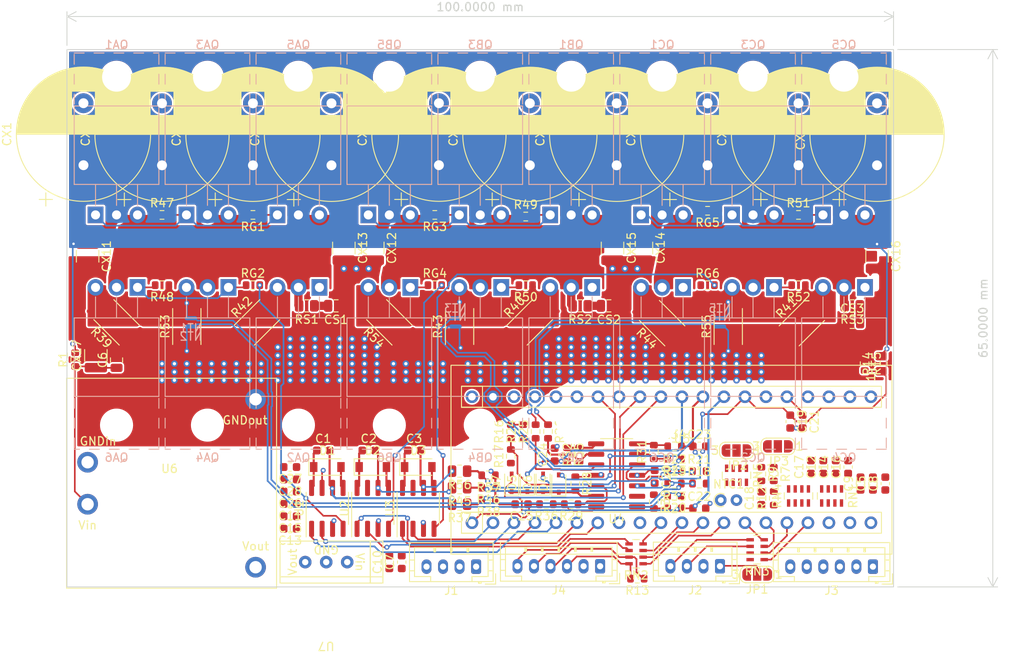
<source format=kicad_pcb>
(kicad_pcb (version 20211014) (generator pcbnew)
  (layers (0 "F.Cu" signal) (1 "In1.Cu" signal) (2 "In2.Cu" signal) (31 "B.Cu" signal) (34 "B.Paste" user) (35 "F.Paste" user) (36 "B.SilkS" user "B.Silkscreen") (37 "F.SilkS" user "F.Silkscreen") (38 "B.Mask" user) (39 "F.Mask" user) (44 "Edge.Cuts" user))
  (net 0 "")
  (net 1 "Net-(C1-Pad1)")
  (net 2 "V12V")
  (net 3 "Net-(C3-Pad1)")
  (net 4 "Net-(U6-Pad1)")
  (net 5 "V3V3")
  (net 6 "Net-(U5-Pad5)")
  (net 7 "V5V")
  (net 8 "Net-(J3-Pad1)")
  (net 9 "A_SHA_V+")
  (net 10 "GND")
  (net 11 "A_SHA_V-")
  (net 12 "Net-(J3-Pad2)")
  (net 13 "A_SHB_V+")
  (net 14 "Net-(J3-Pad3)")
  (net 15 "A_SHC_V+")
  (net 16 "A_SHB_V-")
  (net 17 "A_SHC_V-")
  (net 18 "Net-(J3-Pad5)")
  (net 19 "VBAT")
  (net 20 "PHASE_A")
  (net 21 "Net-(QA2-Pad3)")
  (net 22 "PHASE_B")
  (net 23 "Net-(QB2-Pad3)")
  (net 24 "Net-(QC2-Pad3)")
  (net 25 "PHASE_C")
  (net 26 "Net-(QA1-Pad1)")
  (net 27 "Net-(QA2-Pad1)")
  (net 28 "Net-(QB1-Pad1)")
  (net 29 "Net-(QB2-Pad1)")
  (net 30 "Net-(QC1-Pad1)")
  (net 31 "Net-(QC2-Pad1)")
  (net 32 "Net-(U4-Pad1)")
  (net 33 "Net-(U4-Pad7)")
  (net 34 "Net-(U4-Pad8)")
  (net 35 "Net-(U4-Pad14)")
  (net 36 "Net-(RG1-Pad2)")
  (net 37 "Net-(C2-Pad1)")
  (net 38 "Net-(U1-Pad4)")
  (net 39 "HALL_A")
  (net 40 "HALL_B")
  (net 41 "HALL_C")
  (net 42 "Net-(U2-Pad7)")
  (net 43 "A_PHA_VSENSE")
  (net 44 "VSENSE")
  (net 45 "A_SHA_AMP")
  (net 46 "A_SHB_AMP")
  (net 47 "A_SHC_AMP")
  (net 48 "FET_TEMP")
  (net 49 "Net-(U2-Pad4)")
  (net 50 "A_THROTTLE")
  (net 51 "A_PHB_VSENSE")
  (net 52 "A_PHC_VSENSE")
  (net 53 "PB2 D_GPIO")
  (net 54 "PB10 D_GPIO")
  (net 55 "Net-(U3-Pad7)")
  (net 56 "Net-(U3-Pad4)")
  (net 57 "A_OVERLIMIT")
  (net 58 "LIN_A")
  (net 59 "LIN_B")
  (net 60 "LIN_C")
  (net 61 "HIN_A")
  (net 62 "HIN_B")
  (net 63 "HIN_C")
  (net 64 "PA11 DUSB_DM USART6_TX F412_CAN_TX")
  (net 65 "PA12 DUSB_DP USART6_RX F412_CAN_TX")
  (net 66 "Net-(U5-Pad33)")
  (net 67 "Net-(U5-Pad32)")
  (net 68 "Net-(U5-Pad31)")
  (net 69 "Net-(U5-Pad30)")
  (net 70 "Net-(U5-Pad37)")
  (net 71 "Net-(U5-Pad36)")
  (net 72 "Net-(U5-Pad35)")
  (net 73 "Net-(U5-Pad34)")
  (net 74 "Net-(CS1-Pad2)")
  (net 75 "Net-(CS2-Pad2)")
  (net 76 "Net-(CS3-Pad2)")
  (net 77 "Net-(U4-Pad2)")
  (net 78 "Net-(U4-Pad3)")
  (net 79 "Net-(U4-Pad5)")
  (net 80 "Net-(U4-Pad6)")
  (net 81 "Net-(U4-Pad9)")
  (net 82 "Net-(U4-Pad10)")
  (net 83 "Net-(U4-Pad13)")
  (net 87 "Net-(R16-Pad1)")
  (net 88 "MOTOR_TEMP")
  (net 89 "Net-(J1-Pad3)")
  (net 90 "Net-(J1-Pad2)")
  (net 91 "Net-(U5-Pad15)")
  (net 92 "PA15 TIM2 CH1")
  (net 93 "PB3 SCK TIM2CH2")
  (net 94 "PB4 MISO TIM3 CH1")
  (net 95 "PB5 MOSI TIM3 CH2")
  (net 96 "PB6 D_UART1_TX I2C1_SCL TIM4_CH1")
  (net 97 "PB7 D_UART1_RX I2C1_SDA TIM4_CH2")
  (net 98 "PB8 DI2C1_SCL TIM4_CH3")
  (net 99 "PB9 DI2C1_SDA TIM4_CH4")
  (net 100 "A_BRAKE")
  (net 101 "Net-(R7-Pad1)")
  (net 102 "Net-(R9-Pad1)")
  (net 103 "Vaux")
  (net 104 "Net-(JP2-Pad2)")
  (footprint "Capacitor_SMD:C_0603_1608Metric" (layer "F.Cu") (at 149 102.5 90)
    (fp_text reference "C8")
    (fp_text value "100n")
  )
  (footprint "Resistor_SMD:R_0603_1608Metric" (layer "F.Cu") (at 123.5 105.5)
    (fp_text reference "R33")
    (fp_text value "R150")
  )
  (footprint "Capacitor_SMD:C_0603_1608Metric" (layer "F.Cu") (at 77 100.5 180)
    (fp_text reference "C27")
    (fp_text value "100n")
  )
  (footprint "Resistor_SMD:R_2512_6332Metric" (layer "F.Cu") (at 73 83 45)
    (fp_text reference "R42")
    (fp_text value "R")
  )
  (footprint "Diode_SMD:D_SOD-123" (layer "F.Cu") (at 92.5 100.5)
    (fp_text reference "D3")
    (fp_text value "SM4007")
  )
  (footprint "Jumper:SolderJumper-3_P1.3mm_Open_RoundedPad1.0x1.5mm_NumberLabels" (layer "F.Cu") (at 133.5 113.5 180)
    (fp_text reference "JP1")
    (fp_text value "SolderJumper_3_Open")
  )
  (footprint "Diode_SMD:D_SOD-123" (layer "F.Cu") (at 81.5 100.5)
    (fp_text reference "D1")
    (fp_text value "SM4007")
  )
  (footprint "Capacitor_THT:CP_Radial_D16.0mm_P7.50mm" (layer "F.Cu") (at 52 63.987246 90)
    (fp_text reference "CX1")
    (fp_text value "470uF")
  )
  (footprint "Diode_SMD:D_SOD-323" (layer "F.Cu") (at 105.7 102.4 90)
    (fp_text reference "D5")
    (fp_text value "D_Small")
  )
  (footprint "Capacitor_THT:CP_Radial_D16.0mm_P7.50mm" (layer "F.Cu") (at 82 64 90)
    (fp_text reference "CX4")
    (fp_text value "470uF")
  )
  (footprint "Resistor_SMD:R_0805_2012Metric" (layer "F.Cu") (at 97.5 103 180)
    (fp_text reference "R45")
    (fp_text value "R")
  )
  (footprint "Capacitor_SMD:C_0603_1608Metric" (layer "F.Cu") (at 140 100.5 90)
    (fp_text reference "C17")
    (fp_text value "100n")
  )
  (footprint "Resistor_SMD:R_Array_Concave_4x0603" (layer "F.Cu") (at 138.5 104 90)
    (fp_text reference "RN4")
    (fp_text value "R_Pack04")
  )
  (footprint "Resistor_SMD:R_0603_1608Metric" (layer "F.Cu") (at 108 105 180)
    (fp_text reference "R36")
    (fp_text value "R150")
  )
  (footprint "Capacitor_SMD:C_0603_1608Metric" (layer "F.Cu") (at 126.5 98)
    (fp_text reference "C23")
    (fp_text value "1nF")
  )
  (footprint "Resistor_SMD:R_2512_6332Metric" (layer "F.Cu") (at 138.905196 83.094804 45)
    (fp_text reference "R41")
    (fp_text value "R")
  )
  (footprint "Resistor_SMD:R_0603_1608Metric" (layer "F.Cu") (at 123.5 104 180)
    (fp_text reference "R20")
    (fp_text value "R")
  )
  (footprint "Capacitor_SMD:C_0603_1608Metric" (layer "F.Cu") (at 137.5 95 -90)
    (fp_text reference "C19")
    (fp_text value "1nF")
  )
  (footprint "Diode_SMD:D_SOD-123" (layer "F.Cu") (at 87 100.5)
    (fp_text reference "D2")
    (fp_text value "SM4007")
  )
  (footprint "CCC_ESC_Custom_parts:PQDE6W" (layer "F.Cu") (at 49.96 89.76)
    (fp_text reference "U6")
    (fp_text value "PQDE6W-Q110")
  )
  (footprint "Capacitor_THT:CP_Radial_D16.0mm_P7.50mm" (layer "F.Cu") (at 138.5 64 90)
    (fp_text reference "CX8")
    (fp_text value "470uF")
  )
  (footprint "Resistor_SMD:R_2512_6332Metric" (layer "F.Cu") (at 106 83 45)
    (fp_text reference "R40")
    (fp_text value "R")
  )
  (footprint "Resistor_SMD:R_0603_1608Metric" (layer "F.Cu") (at 101 101.5 180)
    (fp_text reference "R57")
    (fp_text value "R")
  )
  (footprint "Resistor_SMD:R_0603_1608Metric" (layer "F.Cu") (at 72.5 70 180)
    (fp_text reference "RG1")
    (fp_text value "4R7")
  )
  (footprint "Capacitor_SMD:C_1210_3225Metric" (layer "F.Cu") (at 83.5 74 -90)
    (fp_text reference "CX13")
    (fp_text value "47uF")
  )
  (footprint "Resistor_SMD:R_2512_6332Metric" (layer "F.Cu") (at 97.5 83.5 90)
    (fp_text reference "R43")
    (fp_text value "R")
  )
  (footprint "Resistor_SMD:R_0805_2012Metric" (layer "F.Cu") (at 145 81 180)
    (fp_text reference "RS3")
    (fp_text value "R")
  )
  (footprint "Resistor_SMD:R_0603_1608Metric" (layer "F.Cu") (at 103.7 99.2 90)
    (fp_text reference "R17")
    (fp_text value "8k2")
  )
  (footprint "Resistor_SMD:R_0603_1608Metric" (layer "F.Cu") (at 110.5 99 -90)
    (fp_text reference "R35")
    (fp_text value "R150")
  )
  (footprint "Capacitor_SMD:C_0603_1608Metric" (layer "F.Cu") (at 144.5 100.5 90)
    (fp_text reference "C16")
    (fp_text value "100n")
  )
  (footprint "Connector_JST:JST_PH_B6B-PH-K_1x06_P2.00mm_Vertical" (layer "F.Cu") (at 114.5 112.5 180)
    (fp_text reference "J4")
    (fp_text value "Conn_01x06")
  )
  (footprint "Resistor_SMD:R_2512_6332Metric" (layer "F.Cu") (at 130 83.5 90)
    (fp_text reference "R55")
    (fp_text value "R")
  )
  (footprint "Resistor_SMD:R_0805_2012Metric" (layer "F.Cu") (at 148.5 88 90)
    (fp_text reference "R14")
    (fp_text value "R")
  )
  (footprint "Resistor_SMD:R_0603_1608Metric" (layer "F.Cu") (at 101 103 180)
    (fp_text reference "R46")
    (fp_text value "R")
  )
  (footprint "Resistor_SMD:R_Array_Concave_4x0603" (layer "F.Cu") (at 118.85 111 180)
    (fp_text reference "RN2")
    (fp_text value "R_Pack04")
  )
  (footprint "Capacitor_SMD:C_0603_1608Metric" (layer "F.Cu") (at 147.5 102.5 90)
    (fp_text reference "C5")
    (fp_text value "100n")
  )
  (footprint "Resistor_SMD:R_0603_1608Metric" (layer "F.Cu") (at 105.2 96.2 90)
    (fp_text reference "R24")
    (fp_text value "R")
  )
  (footprint "Resistor_SMD:R_0603_1608Metric" (layer "F.Cu") (at 111 105 180)
    (fp_text reference "R29")
    (fp_text value "220k")
  )
  (footprint "Resistor_SMD:R_0603_1608Metric" (layer "F.Cu") (at 106.7 96.2 90)
    (fp_text reference "R25")
    (fp_text value "R")
  )
  (footprint "Resistor_SMD:R_0603_1608Metric" (layer "F.Cu") (at 123.5 98)
    (fp_text reference "R34")
    (fp_text value "R150")
  )
  (footprint "Resistor_SMD:R_2512_6332Metric" (layer "F.Cu") (at 56 83 135)
    (fp_text reference "R39")
    (fp_text value "R")
  )
  (footprint "Capacitor_SMD:C_0603_1608Metric" (layer "F.Cu") (at 134 104.275 90)
    (fp_text reference "C18")
    (fp_text value "100n")
  )
  (footprint "Capacitor_SMD:C_0805_2012Metric" (layer "F.Cu") (at 145 83)
    (fp_text reference "CS3")
    (fp_text value "C")
  )
  (footprint "Resistor_SMD:R_0603_1608Metric" (layer "F.Cu") (at 61.5 78.5 180)
    (fp_text reference "R48")
    (fp_text value "1M")
  )
  (footprint "Capacitor_SMD:C_0603_1608Metric" (layer "F.Cu") (at 89 112 90)
    (fp_text reference "C10")
    (fp_text value "10uF")
  )
  (footprint "Resistor_SMD:R_Array_Concave_4x0603" (layer "F.Cu") (at 133.5 110.5 180)
    (fp_text reference "RN3")
    (fp_text value "R_Pack04")
  )
  (footprint "Resistor_SMD:R_0603_1608Metric" (layer "F.Cu") (at 105.5 78.5 180)
    (fp_text reference "R50")
    (fp_text value "1M")
  )
  (footprint "Resistor_SMD:R_0603_1608Metric" (layer "F.Cu") (at 101 104.5 180)
    (fp_text reference "R38")
    (fp_text value "R")
  )
  (footprint "Resistor_SMD:R_0603_1608Metric" (layer "F.Cu") (at 103.7 96.2 90)
    (fp_text reference "R16")
    (fp_text value "1k")
  )
  (footprint "Diode_SMD:D_SOD-323" (layer "F.Cu") (at 107.6 102.4 90)
    (fp_text reference "D6")
    (fp_text value "D_Small")
  )
  (footprint "Resistor_SMD:R_Array_Concave_4x0603" (layer "F.Cu") (at 142.5 104 -90)
    (fp_text reference "RN1")
    (fp_text value "R_Pack04")
  )
  (footprint "Resistor_SMD:R_2512_6332Metric" (layer "F.Cu") (at 64.5 83.5 90)
    (fp_text reference "R53")
    (fp_text value "R")
  )
  (footprint "Capacitor_SMD:C_1210_3225Metric" (layer "F.Cu") (at 119.5 74 -90)
    (fp_text reference "CX14")
    (fp_text value "47uF")
  )
  (footprint "Capacitor_SMD:C_0805_2012Metric" (layer "F.Cu") (at 82.55 81 180)
    (fp_text reference "CS1")
    (fp_text value "C")
  )
  (footprint "Capacitor_SMD:C_0603_1608Metric" (layer "F.Cu") (at 141.5 100.5 90)
    (fp_text reference "C12")
    (fp_text value "100n")
  )
  (footprint "Resistor_SMD:R_0603_1608Metric" (layer "F.Cu") (at 127.5 78.5)
    (fp_text reference "RG6")
    (fp_text value "4R7")
  )
  (footprint "Capacitor_SMD:C_0603_1608Metric" (layer "F.Cu") (at 121.1 101.675 -90)
    (fp_text reference "C20")
    (fp_text value "100n")
  )
  (footprint "Resistor_SMD:R_0603_1608Metric" (layer "F.Cu") (at 138.5 78.5 180)
    (fp_text reference "R52")
    (fp_text value "1M")
  )
  (footprint "Resistor_SMD:R_0603_1608Metric" (layer "F.Cu") (at 123.5 101)
    (fp_text reference "R22")
    (fp_text value "R")
  )
  (footprint "Resistor_SMD:R_0603_1608Metric" (layer "F.Cu") (at 126.5 101)
    (fp_text reference "R21")
    (fp_text value "R")
  )
  (footprint "Capacitor_SMD:C_0603_1608Metric" (layer "F.Cu") (at 77 103.46 180)
    (fp_text reference "C26")
    (fp_text value "100n")
  )
  (footprint "Jumper:SolderJumper-3_P1.3mm_Open_RoundedPad1.0x1.5mm_NumberLabels" (layer "F.Cu") (at 136 98 180)
    (fp_text reference "JP3")
    (fp_text value "SolderJumper_3_Open")
  )
  (footprint "Capacitor_THT:CP_Radial_D16.0mm_P7.50mm" (layer "F.Cu") (at 148 64 90)
    (fp_text reference "CX10")
    (fp_text value "470uF")
  )
  (footprint "Capacitor_THT:CP_Radial_D16.0mm_P7.50mm" (layer "F.Cu") (at 127.492754 64 90)
    (fp_text reference "CX9")
    (fp_text value "470uF")
  )
  (footprint "CCC_ESC_Custom_parts:TO220_replacement_module" (layer "F.Cu") (at 86.445 114.54 180)
    (fp_text reference "U7")
    (fp_text value "TO220_replacement_module")
  )
  (footprint "Capacitor_SMD:C_0603_1608Metric" (layer "F.Cu") (at 109 99 90)
    (fp_text reference "C24")
    (fp_text value "1nF")
  )
  (footprint "Resistor_SMD:R_0603_1608Metric" (layer "F.Cu") (at 146.5 88 -90)
    (fp_text reference "R15")
    (fp_text value "R")
  )
  (footprint "Resistor_SMD:R_0603_1608Metric" (layer "F.Cu") (at 121 104.675 -90)
    (fp_text reference "R30")
    (fp_text value "R")
  )
  (footprint "Capacitor_SMD:C_0603_1608Metric" (layer "F.Cu") (at 105 105 180)
    (fp_text reference "C25")
    (fp_text value "1nF")
  )
  (footprint "Resistor_SMD:R_0603_1608Metric" (layer "F.Cu") (at 134 101.35 -90)
    (fp_text reference "R9")
    (fp_text value "2k2")
  )
  (footprint "Capacitor_SMD:C_0603_1608Metric" (layer "F.Cu") (at 92 98.5)
    (fp_text reference "C3")
    (fp_text value "10uF")
  )
  (footprint "Resistor_SMD:R_0603_1608Metric" (layer "F.Cu") (at 135.5 101.35 -90)
    (fp_text reference "R7")
    (fp_text value "2k2")
  )
  (footprint "Resistor_SMD:R_0603_1608Metric" (layer "F.Cu") (at 94.5 78.5)
    (fp_text reference "RG4")
    (fp_text value "4R7")
  )
  (footprint "Diode_SMD:D_SOD-323" (layer "F.Cu") (at 103.8 102.4 90)
    (fp_text reference "D7")
    (fp_text value "D_Small")
  )
  (footprint "Capacitor_SMD:C_1210_3225Metric" (layer "F.Cu") (at 87 74 -90)
    (fp_text reference "CX12")
    (fp_text value "47uF")
  )
  (footprint "Capacitor_THT:CP_Radial_D16.0mm_P7.50mm" (layer "F.Cu") (at 116.5 64 90)
    (fp_text reference "CX7")
    (fp_text value "470uF")
  )
  (footprint "Capacitor_SMD:C_0603_1608Metric" (layer "F.Cu") (at 90.5 112 90)
    (fp_text reference "C7")
    (fp_text value "10uF")
  )
  (footprint "Diode_SMD:D_SOD-323" (layer "F.Cu") (at 109.5 102.5 90)
    (fp_text reference "D4")
    (fp_text value "D_Small")
  )
  (footprint "Capacitor_SMD:C_1210_3225Metric" (layer "F.Cu") (at 116 74 -90)
    (fp_text reference "CX15")
    (fp_text value "47uF")
  )
  (footprint "Resistor_SMD:R_0603_1608Metric" (layer "F.Cu") (at 94.5 70 180)
    (fp_text reference "RG3")
    (fp_text value "4R7")
  )
  (footprint "Capacitor_SMD:C_0603_1608Metric" (layer "F.Cu") (at 81 98.5)
    (fp_text reference "C1")
    (fp_text value "10uF")
  )
  (footprint "Jumper:SolderJumper-3_P1.3mm_Open_RoundedPad1.0x1.5mm_NumberLabels" (layer "F.Cu") (at 131 98.5 180)
    (fp_text reference "JP2")
    (fp_text value "SolderJumper_3_Open")
  )
  (footprint "Capacitor_SMD:C_0603_1608Metric" (layer "F.Cu") (at 77 107.96 180)
    (fp_text reference "C13")
    (fp_text value "10uF")
  )
  (footprint "Resistor_SMD:R_0603_1608Metric" (layer "F.Cu") (at 121 98.675 90)
    (fp_text reference "R31")
    (fp_text value "R")
  )
  (footprint "Resistor_SMD:R_0805_2012Metric" (layer "F.Cu") (at 79 81 180)
    (fp_text reference "RS1")
    (fp_text value "R")
  )
  (footprint "Resistor_SMD:R_0603_1608Metric" (layer "F.Cu") (at 105.5 70.2)
    (fp_text reference "R49")
    (fp_text value "1M")
  )
  (footprint "Capacitor_SMD:C_0603_1608Metric" (layer "F.Cu") (at 86.5 98.5)
    (fp_text reference "C2")
    (fp_text value "10uF")
  )
  (footprint "Capacitor_SMD:C_0603_1608Metric" (layer "F.Cu") (at 126.5 105.5)
    (fp_text reference "C22")
    (fp_text value "1nF")
  )
  (footprint "Capacitor_SMD:C_0805_2012Metric" (layer "F.Cu") (at 56 87.55 90)
    (fp_text reference "C6")
    (fp_text value "100nF")
  )
  (footprint "Package_SO:SOIC-14_3.9x8.7mm_P1.27mm" (layer "F.Cu") (at 116.5 101.5 180)
    (fp_text reference "U4")
    (fp_text value "NCS20074D")
  )
  (footprint "Capacitor_SMD:C_0603_1608Metric" (layer "F.Cu") (at 77 106.46 180)
    (fp_text reference "C15")
    (fp_text value "10uF")
  )
  (footprint "Capacitor_THT:CP_Radial_D16.0mm_P7.50mm" (layer "F.Cu") (at 61.5 64 90)
    (fp_text reference "CX2")
    (fp_text value "470uF")
  )
  (footprint "Capacitor_THT:CP_Radial_D16.0mm_P7.50mm" (layer "F.Cu") (at 72.5 64 90)
    (fp_text reference "CX3")
    (fp_text value "470uF")
  )
  (footprint "Resistor_SMD:R_0603_1608Metric" (layer "F.Cu") (at 126.5 102.5)
    (fp_text reference "R18")
    (fp_text value "R")
  )
  (footprint "Resistor_SMD:R_0603_1608Metric" (layer "F.Cu") (at 127.5 69.5 180)
    (fp_text reference "RG5")
    (fp_text value "4R7")
  )
  (footprint "Resistor_SMD:R_0603_1608Metric" (layer "F.Cu") (at 123.5 102.5)
    (fp_text reference "R19")
    (fp_text value "R")
  )
  (footprint "Resistor_SMD:R_0603_1608Metric" (layer "F.Cu") (at 108.2 96.2 -90)
    (fp_text reference "R26")
    (fp_text value "R")
  )
  (footprint "Capacitor_SMD:C_0603_1608Metric" (layer "F.Cu") (at 77 102 180)
    (fp_text reference "C28")
    (fp_text value "100n")
  )
  (footprint "Capacitor_SMD:C_0603_1608Metric" (layer "F.Cu") (at 77 104.96 180)
    (fp_text reference "C11")
    (fp_text value "10uF")
  )
  (footprint "Capacitor_SMD:C_1210_3225Metric" (layer "F.Cu") (at 53.5 87 90)
    (fp_text reference "CX17")
    (fp_text value "47uF")
  )
  (footprint "Resistor_SMD:R_0603_1608Metric" (layer "F.Cu") (at 72.5 78.5)
    (fp_text reference "RG2")
    (fp_text value "4R7")
  )
  (footprint "Capacitor_SMD:C_1210_3225Metric" (layer "F.Cu") (at 52.5 75 -90)
    (fp_text reference "CX11")
    (fp_text value "47uF")
  )
  (footprint "Resistor_THT:R_Axial_DIN0204_L3.6mm_D1.6mm_P1.90mm_Vertical" (layer "F.Cu") (at 129.095 104.5)
    (fp_text reference "NTC1")
    (fp_text value "Conn_01x02")
  )
  (footprint "Resistor_SMD:R_0603_1608Metric" (layer "F.Cu") (at 61.5 70)
    (fp_text reference "R47")
    (fp_text value "1M")
  )
  (footprint "CCC_ESC_Custom_parts:Blackpill_STM32F401CEU6" (layer "F.Cu") (at 96.46 111.05 90)
    (fp_text reference "U5")
    (fp_text value "STM32F401CCU6_Balckpill")
  )
  (footprint "Resistor_SMD:R_0603_1608Metric" (layer "F.Cu") (at 135.51 104.275 90)
    (fp_text reference "R12")
    (fp_text value "10k")
  )
  (footprint "Package_SO:SOIC-8_3.9x4.9mm_P1.27mm" (layer "F.Cu") (at 81.5 105.5 90)
    (fp_text reference "U1")
    (fp_text value "NCP5183")
  )
  (footprint "Resistor_SMD:R_2512_6332Metric" (layer "F.Cu") (at 122 83.094804 135)
    (fp_text reference "R44")
    (fp_text value "R")
  )
  (footprint "Package_SO:SOIC-8_3.9x4.9mm_P1.27mm" (layer "F.Cu") (at 87 105.5 90)
    (fp_text reference "U2")
    (fp_text value "NCP5183")
  )
  (footprint "Capacitor_SMD:C_0603_1608Metric" (layer "F.Cu") (at 146 102.5 90)
    (fp_text reference "C9")
    (fp_text value "10uF")
  )
  (footprint "Capacitor_SMD:C_1210_3225Metric" (layer "F.Cu") (at 148 75 -90)
    (fp_text reference "CX16")
    (fp_text value "47uF")
  )
  (footprint "Resistor_SMD:R_Array_Concave_4x0603" (layer "F.Cu") (at 131 101.5 -90)
    (fp_text reference "RN5")
    (fp_text value "R_Pack04")
  )
  (footprint "Connector_JST:JST_PH_B4B-PH-K_1x04_P2.00mm_Vertical" (layer "F.Cu") (at 99.5 112.55 180)
    (fp_text reference "J1")
    (fp_text value "Conn_01x04")
  )
  (footprint "Connector_JST:JST_PH_B6B-PH-K_1x06_P2.00mm_Vertical" (layer "F.Cu") (at 147.5 112.55 180)
    (fp_text reference "J3")
    (fp_text value "Conn_01x06")
  )
  (footprint "Capacitor_THT:CP_Radial_D16.0mm_P7.50mm" (layer "F.Cu") (at 95 63.987246 90)
    (fp_text reference "CX5")
    (fp_text value "470uF")
  )
  (footprint "Resistor_SMD:R_0603_1608Metric" (layer "F.Cu") (at 138.5 70)
    (fp_text reference "R51")
    (fp_text value "1M")
  )
  (footprint "Capacitor_SMD:C_0603_1608Metric" (layer "F.Cu") (at 139 95 -90)
    (fp_text reference "C21")
    (fp_text value "100n")
  )
  (footprint "Resistor_SMD:R_0603_1608Metric" (layer "F.Cu") (at 111.5 102.5 -90)
    (fp_text reference "R28")
    (fp_text value "220k")
  )
  (footprint "Capacitor_SMD:C_0805_2012Metric" (layer "F.Cu") (at 115.55 81 180)
    (fp_text reference "CS2")
    (fp_text value "C")
  )
  (footprint "Capacitor_SMD:C_0603_1608Metric" (layer "F.Cu") (at 143 100.5 90)
    (fp_text reference "C14")
    (fp_text value "100n")
  )
  (footprint "Resistor_SMD:R_0603_1608Metric" (layer "F.Cu") (at 51 87.5 90)
    (fp_text reference "R1")
    (fp_text value "2R2")
  )
  (footprint "Resistor_SMD:R_2512_6332Metric" (layer "F.Cu") (at 89 83 135)
    (fp_text reference "R54")
    (fp_text value "R")
  )
  (footprint "Resistor_SMD:R_0603_1608Metric" (layer "F.Cu") (at 112 99 90)
    (fp_text reference "R32")
    (fp_text value "R")
  )
  (footprint "Resistor_SMD:R_0805_2012Metric" (layer "F.Cu") (at 112.0875 81 180)
    (fp_text reference "RS2")
    (fp_text value "R")
  )
  (footprint "Connector_JST:JST_PH_B4B-PH-K_1x04_P2.00mm_Vertical" (layer "F.Cu") (at 129 112.5 180)
    (fp_text reference "J2")
    (fp_text value "Conn_01x04")
  )
  (footprint "Resistor_SMD:R_0805_2012Metric" (layer "F.Cu") (at 97.5 105 180)
    (fp_text reference "R37")
    (fp_text value "R")
  )
  (footprint "Package_SO:SOIC-8_3.9x4.9mm_P1.27mm" (layer "F.Cu") (at 92.5 105.5 90)
    (fp_text reference "U3")
    (fp_text value "NCP5183")
  )
  (footprint "Resistor_SMD:R_0603_1608Metric" (layer "F.Cu") (at 119 114 180)
    (fp_text reference "R13")
    (fp_text value "2k2")
  )
  (footprint "Capacitor_THT:CP_Radial_D16.0mm_P7.50mm" (layer "F.Cu") (at 106 64 90)
    (fp_text reference "CX6")
    (fp_text value "470uF")
  )
  (footprint "Resistor_SMD:R_0603_1608Metric" (layer "F.Cu") (at 123.5 99.5 180)
    (fp_text reference "R23")
    (fp_text value "R")
  )
  (footprint "Resistor_SMD:R_0805_2012Metric" (layer "F.Cu") (at 97.5 101 180)
    (fp_text reference "R56")
    (fp_text value "R")
  )
  (footprint "NetTie:NetTie-2_SMD_Pad0.5mm" (layer "B.Cu") (at 97 82.5 180)
    (fp_text reference "NT3")
    (fp_text value "NetTie_2")
  )
  (footprint "Package_TO_SOT_THT:TO-220-3_Horizontal_TabUp" (layer "B.Cu") (at 102.54 78.77 180)
    (fp_text reference "QB4")
    (fp_text value "MDP10N027")
  )
  (footprint "Package_TO_SOT_THT:TO-220-3_Horizontal_TabUp" (layer "B.Cu") (at 86.46 70)
    (fp_text reference "QB5")
    (fp_text value "MDP10N027")
  )
  (footprint "Package_TO_SOT_THT:TO-220-3_Horizontal_TabUp" (layer "B.Cu") (at 64.46 70)
    (fp_text reference "QA3")
    (fp_text value "MDP10N027")
  )
  (footprint "Package_TO_SOT_THT:TO-220-3_Horizontal_TabUp" (layer "B.Cu") (at 124.54 78.77 180)
    (fp_text reference "QC6")
    (fp_text value "MDP10N027")
  )
  (footprint "Package_TO_SOT_THT:TO-220-3_Horizontal_TabUp" (layer "B.Cu") (at 141.46 70)
    (fp_text reference "QC5")
    (fp_text value "MDP10N027")
  )
  (footprint "NetTie:NetTie-2_SMD_Pad0.5mm" (layer "B.Cu") (at 129 83.5 180)
    (fp_text reference "NT6")
    (fp_text value "NetTie_2")
  )
  (footprint "Package_TO_SOT_THT:TO-220-3_Horizontal_TabUp" (layer "B.Cu") (at 146.54 78.77 180)
    (fp_text reference "QC4")
    (fp_text value "MDP10N027")
  )
  (footprint "NetTie:NetTie-2_SMD_Pad0.5mm" (layer "B.Cu") (at 65 83.5)
    (fp_text reference "NT2")
    (fp_text value "NetTie_2")
  )
  (footprint "NetTie:NetTie-2_SMD_Pad0.5mm" (layer "B.Cu") (at 65 82.5)
    (fp_text reference "NT1")
    (fp_text value "NetTie_2")
  )
  (footprint "Package_TO_SOT_THT:TO-220-3_Horizontal_TabUp" (layer "B.Cu") (at 58.54 78.77 180)
    (fp_text reference "QA6")
    (fp_text value "MDP10N027")
  )
  (footprint "Package_TO_SOT_THT:TO-220-3_Horizontal_TabUp" (layer "B.Cu") (at 91.54 78.77 180)
    (fp_text reference "QB6")
    (fp_text value "MDP10N027")
  )
  (footprint "Package_TO_SOT_THT:TO-220-3_Horizontal_TabUp" (layer "B.Cu") (at 113.54 78.77 180)
    (fp_text reference "QB2")
    (fp_text value "MDP10N027")
  )
  (footprint "Package_TO_SOT_THT:TO-220-3_Horizontal_TabUp" (layer "B.Cu") (at 75.46 70)
    (fp_text reference "QA5")
    (fp_text value "MDP10N027")
  )
  (footprint "NetTie:NetTie-2_SMD_Pad0.5mm" (layer "B.Cu") (at 97 83.5 180)
    (fp_text reference "NT4")
    (fp_text value "NetTie_2")
  )
  (footprint "Package_TO_SOT_THT:TO-220-3_Horizontal_TabUp" (layer "B.Cu") (at 53.46 70)
    (fp_text reference "QA1")
    (fp_text value "MDP10N027")
  )
  (footprint "Package_TO_SOT_THT:TO-220-3_Horizontal_TabUp" (layer "B.Cu") (at 97.46 70)
    (fp_text reference "QB3")
    (fp_text value "MDP10N027")
  )
  (footprint "Package_TO_SOT_THT:TO-220-3_Horizontal_TabUp" (layer "B.Cu") (at 130.46 70)
    (fp_text reference "QC3")
    (fp_text value "MDP10N027")
  )
  (footprint "Package_TO_SOT_THT:TO-220-3_Horizontal_TabUp" (layer "B.Cu") (at 69.54 78.77 180)
    (fp_text reference "QA4")
    (fp_text value "MDP10N027")
  )
  (footprint "Package_TO_SOT_THT:TO-220-3_Horizontal_TabUp" (layer "B.Cu") (at 135.54 78.77 180)
    (fp_text reference "QC2")
    (fp_text value "MDP10N027")
  )
  (footprint "NetTie:NetTie-2_SMD_Pad0.5mm" (layer "B.Cu") (at 129 82.5 180)
    (fp_text reference "NT5")
    (fp_text value "NetTie_2")
  )
  (footprint "Package_TO_SOT_THT:TO-220-3_Horizontal_TabUp" (layer "B.Cu") (at 119.46 70)
    (fp_text reference "QC1")
    (fp_text value "MDP10N027")
  )
  (footprint "Package_TO_SOT_THT:TO-220-3_Horizontal_TabUp" (layer "B.Cu") (at 80.544 78.77 180)
    (fp_text reference "QA2")
    (fp_text value "MDP10N027")
  )
  (footprint "Package_TO_SOT_THT:TO-220-3_Horizontal_TabUp" (layer "B.Cu") (at 108.46 70)
    (fp_text reference "QB1")
    (fp_text value "MDP10N027")
  )
  (gr_rect (start 50 50) (end 150 115) (layer "Edge.Cuts") (width 0.1) (fill none))
  (dimension (type aligned) (layer "Edge.Cuts") (pts (xy 50 50) (xy 150 50)) (height -4) (gr_text "100.0000 mm" (at 100 44.85) (layer "Edge.Cuts") (effects (font (size 1 1) (thickness 0.15)))) (format (units 3) (units_format 1) (precision 4)) (style (thickness 0.1) (arrow_length 1.27) (text_position_mode 0) (extension_height 0.58642) (extension_offset 0.5) keep_text_aligned))
  (dimension (type aligned) (layer "Edge.Cuts") (pts (xy 150 50) (xy 150 115)) (height -12) (gr_text "65.0000 mm" (at 160.85 82.5 90) (layer "Edge.Cuts") (effects (font (size 1 1) (thickness 0.15)))) (format (units 3) (units_format 1) (precision 4)) (style (thickness 0.1) (arrow_length 1.27) (text_position_mode 0) (extension_height 0.58642) (extension_offset 0.5) keep_text_aligned))
  (segment (start 79.595 103.025) (end 79.85 102.77) (width 0.25) (layer "F.Cu") (net 1))
  (segment (start 79.85 100.5) (end 79.85 98.875) (width 0.25) (layer "F.Cu") (net 1))
  (segment (start 79.85 102.77) (end 79.85 100.5) (width 0.25) (layer "F.Cu") (net 1))
  (segment (start 79.85 98.875) (end 80.225 98.5) (width 0.25) (layer "F.Cu") (net 1))
  (segment (start 83.15 102.77) (end 83.405 103.025) (width 0.25) (layer "F.Cu") (net 2))
  (segment (start 94.15 102.77) (end 94.15 100.5) (width 0.25) (layer "F.Cu") (net 2))
  (segment (start 88.65 102.77) (end 88.65 100.5) (width 0.25) (layer "F.Cu") (net 2))
  (segment (start 94.405 103.025) (end 94.15 102.77) (width 0.25) (layer "F.Cu") (net 2))
  (segment (start 88.905 103.025) (end 88.65 102.77) (width 0.25) (layer "F.Cu") (net 2))
  (segment (start 83.15 100.5) (end 83.15 102.77) (width 0.25) (layer "F.Cu") (net 2))
  (segment (start 90.85 98.875) (end 91.225 98.5) (width 0.25) (layer "F.Cu") (net 3))
  (segment (start 90.85 102.77) (end 90.85 100.5) (width 0.25) (layer "F.Cu") (net 3))
  (segment (start 90.595 103.025) (end 90.85 102.77) (width 0.25) (layer "F.Cu") (net 3))
  (segment (start 90.85 100.5) (end 90.85 98.875) (width 0.25) (layer "F.Cu") (net 3))
  (segment (start 51 88.325) (end 50.950489 88.374511) (width 0.2) (layer "F.Cu") (net 4))
  (segment (start 53.35 88.325) (end 53.5 88.475) (width 0.2) (layer "F.Cu") (net 4))
  (segment (start 56 88.5) (end 53.525 88.5) (width 0.2) (layer "F.Cu") (net 4))
  (segment (start 50.950489 88.374511) (end 50.950489 103.450489) (width 0.2) (layer "F.Cu") (net 4))
  (segment (start 51 88.325) (end 53.35 88.325) (width 0.2) (layer "F.Cu") (net 4))
  (segment (start 50.950489 103.450489) (end 52.5 105) (width 0.2) (layer "F.Cu") (net 4))
  (segment (start 53.525 88.5) (end 53.5 88.475) (width 0.2) (layer "F.Cu") (net 4))
  (segment (start 119.8 101.5) (end 120.4 100.9) (width 0.2) (layer "F.Cu") (net 5))
  (segment (start 103.7 95.375) (end 105.2 95.375) (width 0.2) (layer "F.Cu") (net 5))
  (segment (start 118.975 101.5) (end 119.8 101.5) (width 0.2) (layer "F.Cu") (net 5))
  (segment (start 120.4 100.9) (end 121.1 100.9) (width 0.2) (layer "F.Cu") (net 5))
  (via (at 118.975 101.5) (size 0.6) (drill 0.3) (layers "F.Cu" "B.Cu") (net 5))
  (segment (start 139 94.225) (end 139 93.9) (width 0.2) (layer "F.Cu") (net 6))
  (segment (start 139 93.9) (end 137.1 92) (width 0.2) (layer "F.Cu") (net 6))
  (segment (start 124.001665 102.823335) (end 124.325 102.5) (width 0.2) (layer "F.Cu") (net 9))
  (segment (start 124.001665 102.989625) (end 124.001665 102.823335) (width 0.2) (layer "F.Cu") (net 9))
  (via locked (at 124.001665 102.989625) (size 0.6) (drill 0.3) (layers "F.Cu" "B.Cu") (net 9))
  (segment (start 74.725 102.025) (end 77.575 104.875) (width 0.2) (layer "B.Cu") (net 9))
  (segment (start 70.093199 82.774999) (end 74.725 87.4068) (width 0.2) (layer "B.Cu") (net 9))
  (segment (start 65.774999 82.774999) (end 70.093199 82.774999) (width 0.2) (layer "B.Cu") (net 9))
  (segment (start 77.575 104.875) (end 120.6068 104.875) (width 0.2) (layer "B.Cu") (net 9))
  (segment (start 120.6068 104.875) (end 122.292176 103.189624) (width 0.2) (layer "B.Cu") (net 9))
  (segment (start 74.725 87.4068) (end 74.725 91.377275) (width 0.2) (layer "B.Cu") (net 9))
  (segment (start 74.819502 93.128223) (end 74.725 93.222724) (width 0.2) (layer "B.Cu") (net 9))
  (segment (start 122.292176 103.189624) (end 123.801666 103.189624) (width 0.2) (layer "B.Cu") (net 9))
  (segment (start 74.725 93.222724) (end 74.725 102.025) (width 0.2) (layer "B.Cu") (net 9))
  (segment (start 74.819502 91.471778) (end 74.819502 93.128223) (width 0.2) (layer "B.Cu") (net 9))
  (segment (start 123.801666 103.189624) (end 124.001665 102.989625) (width 0.2) (layer "B.Cu") (net 9))
  (segment (start 74.725 91.377275) (end 74.819502 91.471778) (width 0.2) (layer "B.Cu") (net 9))
  (segment (start 65.5 82.5) (end 65.774999 82.774999) (width 0.2) (layer "B.Cu") (net 9))
  (segment (start 127.275 98) (end 127.275 98.225) (width 0.2) (layer "F.Cu") (net 10))
  (segment (start 93.135 107.235) (end 93.1 107.2) (width 0.2) (layer "F.Cu") (net 10))
  (segment (start 101.825 103) (end 101.825 101.5) (width 0.25) (layer "F.Cu") (net 10))
  (segment (start 127.275 105.425) (end 127.8 104.9) (width 0.2) (layer "F.Cu") (net 10))
  (segment (start 101.825 101.5) (end 101.8 101.5) (width 0.25) (layer "F.Cu") (net 10))
  (segment (start 113.85 101.675) (end 114.025 101.5) (width 0.2) (layer "F.Cu") (net 10))
  (segment (start 101.825 104.5) (end 102.325 105) (width 0.25) (layer "F.Cu") (net 10))
  (segment (start 109.075 98.225) (end 109.3 98) (width 0.2) (layer "F.Cu") (net 10))
  (segment (start 87.7 106.9995) (end 87.7 107.91) (width 0.2) (layer "F.Cu") (net 10))
  (segment (start 137.5 95.775) (end 139 95.775) (width 0.2) (layer "F.Cu") (net 10))
  (segment (start 127.275 105.5) (end 127.275 105.425) (width 0.2) (layer "F.Cu") (net 10))
  (segment (start 87.7 107.91) (end 87.635 107.975) (width 0.2) (layer "F.Cu") (net 10))
  (segment (start 82.135 107.975) (end 82.135 107.165) (width 0.2) (layer "F.Cu") (net 10))
  (segment (start 109 98.225) (end 109.075 98.225) (width 0.2) (layer "F.Cu") (net 10))
  (segment (start 101.8 101.5) (end 101.3 101) (width 0.25) (layer "F.Cu") (net 10))
  (segment (start 111.5 101.675) (end 113.85 101.675) (width 0.2) (layer "F.Cu") (net 10))
  (segment (start 121.05 102.45) (end 121 102.4) (width 0.2) (layer "F.Cu") (net 10))
  (segment (start 101.825 104.5) (end 101.825 103) (width 0.25) (layer "F.Cu") (net 10))
  (segment (start 121.1 102.45) (end 121.05 102.45) (width 0.2) (layer "F.Cu") (net 10))
  (segment (start 82.135 107.165) (end 82.3 107) (width 0.2) (layer "F.Cu") (net 10))
  (segment (start 93.135 107.975) (end 93.135 107.235) (width 0.2) (layer "F.Cu") (net 10))
  (segment (start 114.6 101.4) (end 114.5 101.5) (width 0.2) (layer "F.Cu") (net 10))
  (segment (start 127.275 98.225) (end 126.9 98.6) (width 0.2) (layer "F.Cu") (net 10))
  (segment (start 102.325 105) (end 104.225 105) (width 0.25) (layer "F.Cu") (net 10))
  (segment (start 114.5 101.5) (end 114.025 101.5) (width 0.2) (layer "F.Cu") (net 10))
  (via (at 125 87) (size 0.8) (drill 0.4) (layers "F.Cu" "B.Cu") (net 10))
  (via (at 83.5 76.5) (size 0.8) (drill 0.4) (layers "F.Cu" "B.Cu") (net 10))
  (via (at 115.5 88) (size 0.8) (drill 0.4) (layers "F.Cu" "B.Cu") (net 10))
  (via (at 80 86) (size 0.8) (drill 0.4) (layers "F.Cu" "B.Cu") (net 10))
  (via (at 115.5 90) (size 0.8) (drill 0.4) (layers "F.Cu" "B.Cu") (net 10))
  (via (at 80 88) (size 0.8) (drill 0.4) (layers "F.Cu" "B.Cu") (net 10))
  (via (at 95.5 88) (size 0.8) (drill 0.4) (layers "F.Cu" "B.Cu") (net 10))
  (via (at 73.5 88) (size 0.8) (drill 0.4) (layers "F.Cu" "B.Cu") (net 10))
  (via (at 103 88) (size 0.8) (drill 0.4) (layers "F.Cu" "B.Cu") (net 10))
  (via (at 78.5 86) (size 0.8) (drill 0.4) (layers "F.Cu" "B.Cu") (net 10))
  (via (at 123.5 87) (size 0.8) (drill 0.4) (layers "F.Cu" "B.Cu") (net 10))
  (via (at 86 88) (size 0.8) (drill 0.4) (layers "F.Cu" "B.Cu") (net 10))
  (via (at 81.5 90) (size 0.8) (drill 0.4) (layers "F.Cu" "B.Cu") (net 10))
  (via (at 64.5 90) (size 0.8) (drill 0.4) (layers "F.Cu" "B.Cu") (net 10))
  (via (at 114 85) (size 0.8) (drill 0.4) (layers "F.Cu" "B.Cu") (net 10))
  (via (at 119 76.5) (size 0.8) (drill 0.4) (layers "F.Cu" "B.Cu") (net 10))
  (via (at 78.5 87) (size 0.8) (drill 0.4) (layers "F.Cu" "B.Cu") (net 10))
  (via (at 129.5 89) (size 0.8) (drill 0.4) (layers "F.Cu" "B.Cu") (net 10))
  (via (at 123.5 90) (size 0.8) (drill 0.4) (layers "F.Cu" "B.Cu") (net 10))
  (via (at 132.5 88) (size 0.8) (drill 0.4) (layers "F.Cu" "B.Cu") (net 10))
  (via (at 118.5 87) (size 0.8) (drill 0.4) (layers "F.Cu" "B.Cu") (net 10))
  (via (at 94 88) (size 0.8) (drill 0.4) (layers "F.Cu" "B.Cu") (net 10))
  (via (at 115.5 85) (size 0.8) (drill 0.4) (layers "F.Cu" "B.Cu") (net 10))
  (via (at 94 89) (size 0.8) (drill 0.4) (layers "F.Cu" "B.Cu") (net 10))
  (via (at 77 85) (size 0.8) (drill 0.4) (layers "F.Cu" "B.Cu") (net 10))
  (via (at 98.5 89) (size 0.8) (drill 0.4) (layers "F.Cu" "B.Cu") (net 10))
  (via (at 66 89) (size 0.8) (drill 0.4) (layers "F.Cu" "B.Cu") (net 10))
  (via (at 128 87) (size 0.8) (drill 0.4) (layers "F.Cu" "B.Cu") (net 10))
  (via (at 70.5 90) (size 0.8) (drill 0.4) (layers "F.Cu" "B.Cu") (net 10))
  (via (at 84.5 87) (size 0.8) (drill 0.4) (layers "F.Cu" "B.Cu") (net 10))
  (via (at 78.5 85) (size 0.8) (drill 0.4) (layers "F.Cu" "B.Cu") (net 10))
  (via (at 84.5 90) (size 0.8) (drill 0.4) (layers "F.Cu" "B.Cu") (net 10))
  (via (at 114 90) (size 0.8) (drill 0.4) (layers "F.Cu" "B.Cu") (net 10))
  (via (at 129.5 88) (size 0.8) (drill 0.4) (layers "F.Cu" "B.Cu") (net 10))
  (via (at 83 86) (size 0.8) (drill 0.4) (layers "F.Cu" "B.Cu") (net 10))
  (via (at 111 88) (size 0.8) (drill 0.4) (layers "F.Cu" "B.Cu") (net 10))
  (via (at 70.5 88) (size 0.8) (drill 0.4) (layers "F.Cu" "B.Cu") (net 10))
  (via (at 84.5 86) (size 0.8) (drill 0.4) (layers "F.Cu" "B.Cu") (net 10))
  (via (at 109.5 87) (size 0.8) (drill 0.4) (layers "F.Cu" "B.Cu") (net 10))
  (via (at 111 85) (size 0.8) (drill 0.4) (layers "F.Cu" "B.Cu") (net 10))
  (via (at 112.5 88) (size 0.8) (drill 0.4) (layers "F.Cu" "B.Cu") (net 10))
  (via (at 67.5 88) (size 0.8) (drill 0.4) (layers "F.Cu" "B.Cu") (net 10))
  (via (at 61.5 88) (size 0.8) (drill 0.4) (layers "F.Cu" "B.Cu") (net 10))
  (via (at 101.3 101) (size 0.6) (drill 0.3) (layers "F.Cu" "B.Cu") (net 10))
  (via (at 125 90) (size 0.8) (drill 0.4) (layers "F.Cu" "B.Cu") (net 10))
  (via (at 122 87) (size 0.8) (drill 0.4) (layers "F.Cu" "B.Cu") (net 10))
  (via (at 84.5 88) (size 0.8) (drill 0.4) (layers "F.Cu" "B.Cu") (net 10))
  (via (at 104.5 89) (size 0.8) (drill 0.4) (layers "F.Cu" "B.Cu") (net 10))
  (via (at 126.5 89) (size 0.8) (drill 0.4) (layers "F.Cu" "B.Cu") (net 10))
  (via (at 98.5 88) (size 0.8) (drill 0.4) (layers "F.Cu" "B.Cu") (net 10))
  (via (at 126.5 90) (size 0.8) (drill 0.4) (layers "F.Cu" "B.Cu") (net 10))
  (via (at 109.3 98) (size 0.6) (drill 0.3) (layers "F.Cu" "B.Cu") (net 10))
  (via (at 130 86.4625) (size 0.6) (drill 0.3) (layers "F.Cu" "B.Cu") (net 10))
  (via (at 72 88) (size 0.8) (drill 0.4) (layers "F.Cu" "B.Cu") (net 10))
  (via (at 77 89) (size 0.8) (drill 0.4) (layers "F.Cu" "B.Cu") (net 10))
  (via (at 112.5 90) (size 0.8) (drill 0.4) (layers "F.Cu" "B.Cu") (net 10))
  (via (at 125 88) (size 0.8) (drill 0.4) (layers "F.Cu" "B.Cu") (net 10))
  (via (at 75.5 89) (size 0.8) (drill 0.4) (layers "F.Cu" "B.Cu") (net 10))
  (via (at 108 87) (size 0.8) (drill 0.4) (layers "F.Cu" "B.Cu") (net 10))
  (via (at 131 88) (size 0.8) (drill 0.4) (layers "F.Cu" "B.Cu") (net 10))
  (via (at 122 90) (size 0.8) (drill 0.4) (layers "F.Cu" "B.Cu") (net 10))
  (via (at 82.3 107) (size 0.6) (drill 0.3) (layers "F.Cu" "B.Cu") (net 10))
  (via (at 69 89) (size 0.8) (drill 0.4) (layers "F.Cu" "B.Cu") (net 10))
  (via (at 138.225 95.775) (size 0.6) (drill 0.3) (layers "F.Cu" "B.Cu") (net 10))
  (via (at 85 76.5) (size 0.8) (drill 0.4) (layers "F.Cu" "B.Cu") (net 10))
  (via (at 64.5 88) (size 0.8) (drill 0.4) (layers "F.Cu" "B.Cu") (net 10))
  (via (at 80 85) (size 0.8) (drill 0.4) (layers "F.Cu" "B.Cu") (net 10))
  (via (at 128 88) (size 0.8) (drill 0.4) (layers "F.Cu" "B.Cu") (net 10))
  (via (at 94 90) (size 0.8) (drill 0.4) (layers "F.Cu" "B.Cu") (net 10))
  (via (at 89.5 89) (size 0.8) (drill 0.4) (layers "F.Cu" "B.Cu") (net 10))
  (via (at 117 86) (size 0.8) (drill 0.4) (layers "F.Cu" "B.Cu") (net 10))
  (via (at 61.5 90) (size 0.8) (drill 0.4) (layers "F.Cu" "B.Cu") (net 10))
  (via (at 120 88) (size 0.8) (drill 0.4) (layers "F.Cu" "B.Cu") (net 10))
  (via (at 108 88) (size 0.8) (drill 0.4) (layers "F.Cu" "B.Cu") (net 10))
  (via (at 83 88) (size 0.8) (drill 0.4) (layers "F.Cu" "B.Cu") (net 10))
  (via (at 75.5 86) (size 0.8) (drill 0.4) (layers "F.Cu" "B.Cu") (net 10))
  (via (at 89.5 90) (size 0.8) (drill 0.4) (layers "F.Cu" "B.Cu") (net 10))
  (via (at 117.5 76.5) (size 0.8) (drill 0.4) (layers "F.Cu" "B.Cu") (net 10))
  (via (at 78.5 90) (size 0.8) (drill 0.4) (layers "F.Cu" "B.Cu") (net 10))
  (via (at 72 90) (size 0.8) (drill 0.4) (layers "F.Cu" "B.Cu") (net 10))
  (via (at 86 89) (size 0.8) (drill 0.4) (layers "F.Cu" "B.Cu") (net 10))
  (via (at 75.5 87) (size 0.8) (drill 0.4) (layers "F.Cu" "B.Cu") (net 10))
  (via (at 120 89) (size 0.8) (drill 0.4) (layers "F.Cu" "B.Cu") (net 10))
  (via (at 117 87) (size 0.8) (drill 0.4) (layers "F.Cu" "B.Cu") (net 10))
  (via (at 63 90) (size 0.8) (drill 0.4) (layers "F.Cu" "B.Cu") (net 10))
  (via (at 134 87) (size 0.8) (drill 0.4) (layers "F.Cu" "B.Cu") (net 10))
  (via (at 75.5 90) (size 0.8) (drill 0.4) (layers "F.Cu" "B.Cu") (net 10))
  (via (at 109.5 90) (size 0.8) (drill 0.4) (layers "F.Cu" "B.Cu") (net 10))
  (via (at 73.5 89) (size 0.8) (drill 0.4) (layers "F.Cu" "B.Cu") (net 10))
  (via (at 78.5 88) (size 0.8) (drill 0.4) (layers "F.Cu" "B.Cu") (net 10))
  (via (at 111 89) (size 0.8) (drill 0.4) (layers "F.Cu" "B.Cu") (net 10))
  (via (at 91 89) (size 0.8) (drill 0.4) (layers "F.Cu" "B.Cu") (net 10))
  (via (at 81.5 89) (size 0.8) (drill 0.4) (layers "F.Cu" "B.Cu") (net 10))
  (via (at 134 89) (size 0.8) (drill 0.4) (layers "F.Cu" "B.Cu") (net 10))
  (via (at 126.5 88) (size 0.8) (drill 0.4) (layers "F.Cu" "B.Cu") (net 10))
  (via (at 87.5 89) (size 0.8) (drill 0.4) (layers "F.Cu" "B.Cu") (net 10))
  (via (at 64.5 86.4625) (size 0.6) (drill 0.3) (layers "F.Cu" "B.Cu") (net 10))
  (via (at 86 86) (size 0.8) (drill 0.4) (layers "F.Cu" "B.Cu") (net 10))
  (via (at 67.5 90) (size 0.8) (drill 0.4) (layers "F.Cu" "B.Cu") (net 10))
  (via (at 73.5 90) (size 0.8) (drill 0.4) (layers "F.Cu" "B.Cu") (net 10))
  (via (at 123.5 89) (size 0.8) (drill 0.4) (layers "F.Cu" "B.Cu") (net 10))
  (via (at 72 89) (size 0.8) (drill 0.4) (layers "F.Cu" "B.Cu") (net 10))
  (via (at 67.5 89) (size 0.8) (drill 0.4) (layers "F.Cu" "B.Cu") (net 10))
  (via (at 81.5 86) (size 0.8) (drill 0.4) (layers "F.Cu" "B.Cu") (net 10))
  (via (at 87.5 86) (size 0.8) (drill 0.4) (layers "F.Cu" "B.Cu") (net 10))
  (via (at 83 85) (size 0.8) (drill 0.4) (layers "F.Cu" "B.Cu") (net 10))
  (via (at 91 88) (size 0.8) (drill 0.4) (layers "F.Cu" "B.Cu") (net 10))
  (via (at 108 89) (size 0.8) (drill 0.4) (layers "F.Cu" "B.Cu") (net 10))
  (via (at 81.5 85) (size 0.8) (drill 0.4) (layers "F.Cu" "B.Cu") (net 10))
  (via (at 114 86) (size 0.8) (drill 0.4) (layers "F.Cu" "B.Cu") (net 10))
  (via (at 109.5 89) (size 0.8) (drill 0.4) (layers "F.Cu" "B.Cu") (net 10))
  (via (at 98.5 90) (size 0.8) (drill 0.4) (layers "F.Cu" "B.Cu") (net 10))
  (via (at 92.5 88) (size 0.8) (drill 0.4) (layers "F.Cu" "B.Cu") (net 10))
  (via (at 100 88) (size 0.8) (drill 0.4) (layers "F.Cu" "B.Cu") (net 10))
  (via (at 132.5 89) (size 0.8) (drill 0.4) (layers "F.Cu" "B.Cu") (net 10))
  (via (at 78.5 89) (size 0.8) (drill 0.4) (layers "F.Cu" "B.Cu") (net 10))
  (via (at 75.5 88) (size 0.8) (drill 0.4) (layers "F.Cu" "B.Cu") (net 10))
  (via (at 86 90) (size 0.8) (drill 0.4) (layers "F.Cu" "B.Cu") (net 10))
  (via (at 63 89) (size 0.8) (drill 0.4) (layers "F.Cu" "B.Cu") (net 10))
  (via (at 120 87) (size 0.8) (drill 0.4) (layers "F.Cu" "B.Cu") (net 10))
  (via (at 86 87) (size 0.8) (drill 0.4) (layers "F.Cu" "B.Cu") (net 10))
  (via (at 104.5 88) (size 0.8) (drill 0.4) (layers "F.Cu" "B.Cu") (net 10))
  (via (at 125 89) (size 0.8) (drill 0.4) (layers "F.Cu" "B.Cu") (net 10))
  (via (at 84.5 85) (size 0.8) (drill 0.4) (layers "F.Cu" "B.Cu") (net 10))
  (via (at 83 89) (size 0.8) (drill 0.4) (layers "F.Cu" "B.Cu") (net 10))
  (via (at 114 88) (size 0.8) (drill 0.4) (layers "F.Cu" "B.Cu") (net 10))
  (via (at 118.5 88) (size 0.8) (drill 0.4) (layers "F.Cu" "B.Cu") (net 10))
  (via (at 115.5 87) (size 0.8) (drill 0.4) (layers "F.Cu" "B.Cu") (net 10))
  (via (at 120 86) (size 0.8) (drill 0.4) (layers "F.Cu" "B.Cu") (net 10))
  (via (at 120 90) (size 0.8) (drill 0.4) (layers "F.Cu" "B.Cu") (net 10))
  (via (at 132.5 90) (size 0.8) (drill 0.4) (layers "F.Cu" "B.Cu") (net 10))
  (via (at 92.5 89) (size 0.8) (drill 0.4) (layers "F.Cu" "B.Cu") (net 10))
  (via (at 84.5 89) (size 0.8) (drill 0.4) (layers "F.Cu" "B.Cu") (net 10))
  (via (at 100 89) (size 0.8) (drill 0.4) (layers "F.Cu" "B.Cu") (net 10))
  (via (at 104.5 90) (size 0.8) (drill 0.4) (layers "F.Cu" "B.Cu") (net 10))
  (via (at 112.5 86) (size 0.8) (drill 0.4) (layers "F.Cu" "B.Cu") (net 10))
  (via (at 80 90) (size 0.8) (drill 0.4) (layers "F.Cu" "B.Cu") (net 10))
  (via (at 77 90) (size 0.8) (drill 0.4) (layers "F.Cu" "B.Cu") (net 10))
  (via (at 100 90) (size 0.8) (drill 0.4) (layers "F.Cu" "B.Cu") (net 10))
  (via (at 83 87) (size 0.8) (drill 0.4) (layers "F.Cu" "B.Cu") (net 10))
  (via (at 97.620751 86.0755) (size 0.6) (drill 0.3) (layers "F.Cu" "B.Cu") (net 10))
  (via (at 111 86) (size 0.8) (drill 0.4) (layers "F.Cu" "B.Cu") (net 10))
  (via (at 131 89) (size 0.8) (drill 0.4) (layers "F.Cu" "B.Cu") (net 10))
  (via (at 112.5 85) (size 0.8) (drill 0.4) (layers "F.Cu" "B.Cu") (net 10))
  (via (at 126.5 87) (size 0.8) (drill 0.4) (layers "F.Cu" "B.Cu") (net 10))
  (via (at 77 86) (size 0.8) (drill 0.4) (layers "F.Cu" "B.Cu") (net 10))
  (via (at 115.5 86) (size 0.8) (drill 0.4) (layers "F.Cu" "B.Cu") (net 10))
  (via (at 66 90) (size 0.8) (drill 0.4) (layers "F.Cu" "B.Cu") (net 10))
  (via (at 117 90) (size 0.8) (drill 0.4) (layers "F.Cu" "B.Cu") (net 10))
  (via (at 93.1 107.2) (size 0.6) (drill 0.3) (layers "F.Cu" "B.Cu") (net 10))
  (via (at 118.5 90) (size 0.8) (drill 0.4) (layers "F.Cu" "B.Cu") (net 10))
  (via (at 80 87) (size 0.8) (drill 0.4) (layers "F.Cu" "B.Cu") (net 10))
  (via (at 134 90) (size 0.8) (drill 0.4) (layers "F.Cu" "B.Cu") (net 10))
  (via (at 115.5 89) (size 0.8) (drill 0.4) (layers "F.Cu" "B.Cu") (net 10))
  (via (at 132.5 87) (size 0.8) (drill 0.4) (layers "F.Cu" "B.Cu") (net 10))
  (via (at 118.5 89) (size 0.8) (drill 0.4) (layers "F.Cu" "B.Cu") (net 10))
  (via (at 108 90) (size 0.8) (drill 0.4) (layers "F.Cu" "B.Cu") (net 10))
  (via (at 129.5 90) (size 0.8) (drill 0.4) (layers "F.Cu" "B.Cu") (net 10))
  (via (at 83 90) (size 0.8) (drill 0.4) (layers "F.Cu" "B.Cu") (net 10))
  (via (at 112.5 89) (size 0.8) (drill 0.4) (layers "F.Cu" "B.Cu") (net 10))
  (via (at 81.5 87) (size 0.8) (drill 0.4) (layers "F.Cu" "B.Cu") (net 10))
  (via (at 92.5 90) (size 0.8) (drill 0.4) (layers "F.Cu" "B.Cu") (net 10))
  (via (at 131 90) (size 0.8) (drill 0.4) (layers "F.Cu" "B.Cu") (net 10))
  (via (at 77 88) (size 0.8) (drill 0.4) (layers "F.Cu" "B.Cu") (net 10))
  (via (at 70.5 89) (size 0.8) (drill 0.4) (layers "F.Cu" "B.Cu") (net 10))
  (via (at 103 90) (size 0.8) (drill 0.4) (layers "F.Cu" "B.Cu") (net 10))
  (via (at 114 89) (size 0.8) (drill 0.4) (layers "F.Cu" "B.Cu") (net 10))
  (via (at 118.5 86) (size 0.8) (drill 0.4) (layers "F.Cu" "B.Cu") (net 10))
  (via (at 117 89) (size 0.8) (drill 0.4) (layers "F.Cu" "B.Cu") (net 10))
  (via (at 114.6 101.4) (size 0.6) (drill 0.3) (layers "F.Cu" "B.Cu") (net 10))
  (via (at 129.5 87) (size 0.8) (drill 0.4) (layers "F.Cu" "B.Cu") (net 10))
  (via (at 81.5 88) (size 0.8) (drill 0.4) (layers "F.Cu" "B.Cu") (net 10))
  (via (at 86.5 76.5) (size 0.8) (drill 0.4) (layers "F.Cu" "B.Cu") (net 10))
  (via (at 128 89) (size 0.8) (drill 0.4) (layers "F.Cu" "B.Cu") (net 10))
  (via (at 128 90) (size 0.8) (drill 0.4) (layers "F.Cu" "B.Cu") (net 10))
  (via (at 122 88) (size 0.8) (drill 0.4) (layers "F.Cu" "B.Cu") (net 10))
  (via (at 80 89) (size 0.8) (drill 0.4) (layers "F.Cu" "B.Cu") (net 10))
  (via (at 121 102.4) (size 0.6) (drill 0.3) (layers "F.Cu" "B.Cu") (net 10))
  (via (at 109.5 85) (size 0.8) (drill 0.4) (layers "F.Cu" "B.Cu") (net 10))
  (via (at 89.5 88) (size 0.8) (drill 0.4) (layers "F.Cu" "B.Cu") (net 10))
  (via (at 112.5 87) (size 0.8) (drill 0.4) (layers "F.Cu" "B.Cu") (net 10))
  (via (at 86 85) (size 0.8) (drill 0.4) (layers "F.Cu" "B.Cu") (net 10))
  (via (at 66 88) (size 0.8) (drill 0.4) (layers "F.Cu" "B.Cu") (net 10))
  (via (at 117 88) (size 0.8) (drill 0.4) (layers "F.Cu" "B.Cu") (net 10))
  (via (at 109.5 88) (size 0.8) (drill 0.4) (layers "F.Cu" "B.Cu") (net 10))
  (via (at 103 89) (size 0.8) (drill 0.4) (layers "F.Cu" "B.Cu") (net 10))
  (via (at 117 85) (size 0.8) (drill 0.4) (layers "F.Cu" "B.Cu") (net 10))
  (via (at 61.5 89) (size 0.8) (drill 0.4) (layers "F.Cu" "B.Cu") (net 10))
  (via (at 69 88) (size 0.8) (drill 0.4) (layers "F.Cu" "B.Cu") (net 10))
  (via (at 122 89) (size 0.8) (drill 0.4) (layers "F.Cu" "B.Cu") (net 10))
  (via (at 111 87) (size 0.8) (drill 0.4) (layers "F.Cu" "B.Cu") (net 10))
  (via (at 87.5 88) (size 0.8) (drill 0.4) (layers "F.Cu" "B.Cu") (net 10))
  (via (at 95.5 89) (size 0.8) (drill 0.4) (layers "F.Cu" "B.Cu") (net 10))
  (via (at 77 87) (size 0.8) (drill 0.4) (layers "F.Cu" "B.Cu") (net 10))
  (via (at 91 90) (size 0.8) (drill 0.4) (layers "F.Cu" "B.Cu") (net 10))
  (via (at 69 90) (size 0.8) (drill 0.4) (layers "F.Cu" "B.Cu") (net 10))
  (via (at 131 87) (size 0.8) (drill 0.4) (layers "F.Cu" "B.Cu") (net 10))
  (via (at 126.9 98.6) (size 0.6) (drill 0.3) (layers "F.Cu" "B.Cu") (net 10))
  (via (at 95.5 90) (size 0.8) (drill 0.4) (layers "F.Cu" "B.Cu") (net 10))
  (via (at 108 86) (size 0.8) (drill 0.4) (layers "F.Cu" "B.Cu") (net 10))
  (via (at 118.5 85) (size 0.8) (drill 0.4) (layers "F.Cu" "B.Cu") (net 10))
  (via (at 64.5 89) (size 0.8) (drill 0.4) (layers "F.Cu" "B.Cu") (net 10))
  (via (at 134 88) (size 0.8) (drill 0.4) (layers "F.Cu" "B.Cu") (net 10))
  (via (at 87.5 90) (size 0.8) (drill 0.4) (layers "F.Cu" "B.Cu") (net 10))
  (via (at 127.8 104.9) (size 0.6) (drill 0.3) (layers "F.Cu" "B.Cu") (net 10))
  (via (at 87.7 106.9995) (size 0.6) (drill 0.3) (layers "F.Cu" "B.Cu") (net 10))
  (via (at 111 90) (size 0.8) (drill 0.4) (layers "F.Cu" "B.Cu") (net 10))
  (via (at 114 87) (size 0.8) (drill 0.4) (layers "F.Cu" "B.Cu") (net 10))
  (via (at 63 88) (size 0.8) (drill 0.4) (layers "F.Cu" "B.Cu") (net 10))
  (via (at 116 76.5) (size 0.8) (drill 0.4) (layers "F.Cu" "B.Cu") (net 10))
  (via (at 87.5 87) (size 0.8) (drill 0.4) (layers "F.Cu" "B.Cu") (net 10))
  (via (at 123.5 88) (size 0.8) (drill 0.4) (layers "F.Cu" "B.Cu") (net 10))
  (via (at 109.5 86) (size 0.8) (drill 0.4) (layers "F.Cu" "B.Cu") (net 10))
  (segment (start 129.5 83.5) (end 130 84) (width 0.2) (layer "B.Cu") (net 10))
  (segment (start 64.5 83.5) (end 64.5 86.4625) (width 0.2) (layer "B.Cu") (net 10))
  (segment (start 97.5 85.954749) (end 97.620751 86.0755) (width 0.2) (layer "B.Cu") (net 10))
  (segment (start 97.5 83.5) (end 97.5 85.954749) (width 0.2) (layer "B.Cu") (net 10))
  (segment (start 130 84) (end 130 86.4625) (width 0.2) (layer "B.Cu") (net 10))
  (segment (start 124.164625 103.839625) (end 124.325 104) (width 0.2) (layer "F.Cu") (net 11))
  (segment (start 124.001665 103.839625) (end 124.164625 103.839625) (width 0.2) (layer "F.Cu") (net 11))
  (via locked (at 124.001665 103.839625) (size 0.6) (drill 0.3) (layers "F.Cu" "B.Cu") (net 11))
  (segment (start 74.369511 91.65817) (end 74.369511 92.94183) (width 0.2) (layer "B.Cu") (net 11))
  (segment (start 74.275 87.5932) (end 74.275 91.563659) (width 0.2) (layer "B.Cu") (net 11))
  (segment (start 123.801666 103.639626) (end 124.001665 103.839625) (width 0.2) (layer "B.Cu") (net 11))
  (segment (start 65.5 83.5) (end 65.774999 83.225001) (width 0.2) (layer "B.Cu") (net 11))
  (segment (start 77.425 105.325) (end 120.7932 105.325) (width 0.2) (layer "B.Cu") (net 11))
  (segment (start 74.369511 92.94183) (end 74.275 93.036341) (width 0.2) (layer "B.Cu") (net 11))
  (segment (start 120.7932 105.325) (end 122.478574 103.639626) (width 0.2) (layer "B.Cu") (net 11))
  (segment (start 65.774999 83.225001) (end 69.906801 83.225001) (width 0.2) (layer "B.Cu") (net 11))
  (segment (start 69.906801 83.225001) (end 74.275 87.5932) (width 0.2) (layer "B.Cu") (net 11))
  (segment (start 74.275 102.175) (end 77.425 105.325) (width 0.2) (layer "B.Cu") (net 11))
  (segment (start 122.478574 103.639626) (end 123.801666 103.639626) (width 0.2) (layer "B.Cu") (net 11))
  (segment (start 74.275 91.563659) (end 74.369511 91.65817) (width 0.2) (layer "B.Cu") (net 11))
  (segment (start 74.275 93.036341) (end 74.275 102.175) (width 0.2) (layer "B.Cu") (net 11))
  (segment (start 124.002668 100.601749) (end 124.002668 100.677668) (width 0.2) (layer "F.Cu") (net 13))
  (segment (start 124.002668 100.677668) (end 124.325 101) (width 0.2) (layer "F.Cu") (net 13))
  (via locked (at 124.002668 100.601749) (size 0.6) (drill 0.3) (layers "F.Cu" "B.Cu") (net 13))
  (segment (start 101.268249 90.770547) (end 100.478489 91.560307) (width 0.2) (layer "B.Cu") (net 13))
  (segment (start 101.100307 93.061511) (end 101.100307 93.065313) (width 0.2) (layer "B.Cu") (net 13))
  (segment (start 95.275 83.725) (end 95.275 85.2932) (width 0.2) (layer "B.Cu") (net 13))
  (segment (start 101.268249 87.886449) (end 101.268249 90.770547) (width 0.2) (layer "B.Cu") (net 13))
  (segment (start 97.1068 87.125) (end 100.5068 87.125) (width 0.2) (layer "B.Cu") (net 13))
  (segment (start 101.100307 93.065313) (end 108.834994 100.8) (width 0.2) (layer "B.Cu") (net 13))
  (segment (start 95.275 85.2932) (end 97.1068 87.125) (width 0.2) (layer "B.Cu") (net 13))
  (segment (start 100.478489 92.439693) (end 101.100307 93.061511) (width 0.2) (layer "B.Cu") (net 13))
  (segment (start 96.5 82.5) (end 95.275 83.725) (width 0.2) (layer "B.Cu") (net 13))
  (segment (start 100.478489 91.560307) (end 100.478489 92.439693) (width 0.2) (layer "B.Cu") (net 13))
  (segment (start 100.5068 87.125) (end 101.268249 87.886449) (width 0.2) (layer "B.Cu") (net 13))
  (segment (start 108.834994 100.8) (end 123.804417 100.8) (width 0.2) (layer "B.Cu") (net 13))
  (segment (start 123.804417 100.8) (end 124.002668 100.601749) (width 0.2) (layer "B.Cu") (net 13))
  (segment (start 106.7 94.549421) (end 105.975 93.824421) (width 0.2) (layer "F.Cu") (net 15))
  (segment (start 106.7 95.375) (end 106.7 94.549421) (width 0.2) (layer "F.Cu") (net 15))
  (via (at 105.975 93.824421) (size 0.6) (drill 0.3) (layers "F.Cu" "B.Cu") (net 15))
  (segment (start 108.906801 82.774999) (end 106.693848 84.987952) (width 0.2) (layer "B.Cu") (net 15))
  (segment (start 106.2 93.599421) (end 105.975 93.824421) (width 0.2) (layer "B.Cu") (net 15))
  (segment (start 105.558489 92.439693) (end 106.2 93.081204) (width 0.2) (layer "B.Cu") (net 15))
  (segment (start 106.180307 90.938489) (end 105.558489 91.560307) (width 0.2) (layer "B.Cu") (net 15))
  (segment (start 128.225001 82.774999) (end 108.906801 82.774999) (width 0.2) (layer "B.Cu") (net 15))
  (segment (start 106.693848 84.987952) (end 106.693848 90.938489) (width 0.2) (layer "B.Cu") (net 15))
  (segment (start 128.5 82.5) (end 128.225001 82.774999) (width 0.2) (layer "B.Cu") (net 15))
  (segment (start 105.558489 91.560307) (end 105.558489 92.439693) (width 0.2) (layer "B.Cu") (net 15))
  (segment (start 106.693848 90.938489) (end 106.180307 90.938489) (width 0.2) (layer "B.Cu") (net 15))
  (segment (start 106.2 93.081204) (end 106.2 93.599421) (width 0.2) (layer "B.Cu") (net 15))
  (segment (start 124.002668 99.751749) (end 124.073251 99.751749) (width 0.2) (layer "F.Cu") (net 16))
  (segment (start 124.073251 99.751749) (end 124.325 99.5) (width 0.2) (layer "F.Cu") (net 16))
  (via locked (at 124.002668 99.751749) (size 0.6) (drill 0.3) (layers "F.Cu" "B.Cu") (net 16))
  (segment (start 95.725 83.911397) (end 95.725 85.1068) (width 0.2) (layer "B.Cu") (net 16))
  (segment (start 101.979693 93.061511) (end 101.979693 93.379693) (width 0.2) (layer "B.Cu") (net 16))
  (segment (start 101.718249 87.700049) (end 101.718249 90.677045) (width 0.2) (layer "B.Cu") (net 16))
  (segment (start 95.725 85.1068) (end 97.2932 86.675) (width 0.2) (layer "B.Cu") (net 16))
  (segment (start 102.601511 91.560307) (end 102.601511 92.439693) (width 0.2) (layer "B.Cu") (net 16))
  (segment (start 123.354417 100.4) (end 124.002668 99.751749) (width 0.2) (layer "B.Cu") (net 16))
  (segment (start 96.136397 83.5) (end 95.725 83.911397) (width 0.2) (layer "B.Cu") (net 16))
  (segment (start 97.2932 86.675) (end 100.6932 86.675) (width 0.2) (layer "B.Cu") (net 16))
  (segment (start 109 100.4) (end 123.354417 100.4) (width 0.2) (layer "B.Cu") (net 16))
  (segment (start 101.979693 93.379693) (end 109 100.4) (width 0.2) (layer "B.Cu") (net 16))
  (segment (start 100.6932 86.675) (end 101.718249 87.700049) (width 0.2) (layer "B.Cu") (net 16))
  (segment (start 96.5 83.5) (end 96.136397 83.5) (width 0.2) (layer "B.Cu") (net 16))
  (segment (start 102.601511 92.439693) (end 101.979693 93.061511) (width 0.2) (layer "B.Cu") (net 16))
  (segment (start 101.718249 90.677045) (end 102.601511 91.560307) (width 0.2) (layer "B.Cu") (net 16))
  (segment (start 106.825 94) (end 108.2 95.375) (width 0.2) (layer "F.Cu") (net 17))
  (segment (start 106.825 93.824421) (end 106.825 94) (width 0.2) (layer "F.Cu") (net 17))
  (via locked (at 106.825 93.824421) (size 0.6) (drill 0.3) (layers "F.Cu" "B.Cu") (net 17))
  (segment (start 107.681511 92.439693) (end 107.059693 93.061511) (width 0.2) (layer "B.Cu") (net 17))
  (segment (start 106.625001 93.624422) (end 106.825 93.824421) (width 0.2) (layer "B.Cu") (net 17))
  (segment (start 107.681511 91.560307) (end 107.681511 92.439693) (width 0.2) (layer "B.Cu") (net 17))
  (segment (start 128.5 83.5) (end 128.225001 83.225001) (width 0.2) (layer "B.Cu") (net 17))
  (segment (start 106.625001 93.452596) (end 106.625001 93.624422) (width 0.2) (layer "B.Cu") (net 17))
  (segment (start 109.093199 83.225001) (end 107.143848 85.174352) (width 0.2) (layer "B.Cu") (net 17))
  (segment (start 107.016086 93.061511) (end 106.625001 93.452596) (width 0.2) (layer "B.Cu") (net 17))
  (segment (start 128.225001 83.225001) (end 109.093199 83.225001) (width 0.2) (layer "B.Cu") (net 17))
  (segment (start 107.143848 85.174352) (end 107.143848 91.022644) (width 0.2) (layer "B.Cu") (net 17))
  (segment (start 107.143848 91.022644) (end 107.681511 91.560307) (width 0.2) (layer "B.Cu") (net 17))
  (segment (start 107.059693 93.061511) (end 107.016086 93.061511) (width 0.2) (layer "B.Cu") (net 17))
  (segment (start 50.8 73.5) (end 52.475 73.5) (width 0.2) (layer "F.Cu") (net 19))
  (segment (start 51 85.9) (end 50.7 85.6) (width 0.2) (layer "F.Cu") (net 19))
  (segment (start 51 86.675) (end 51 85.9) (width 0.2) (layer "F.Cu") (net 19))
  (segment (start 148.5 87.0875) (end 148.5 86.9) (width 0.2) (layer "F.Cu") (net 19))
  (segment (start 148.5 86.9) (end 149.2 86.2) (width 0.2) (layer "F.Cu") (net 19))
  (segment (start 52.475 73.5) (end 52.5 73.525) (width 0.2) (layer "F.Cu") (net 19))
  (via (at 149.2 86.2) (size 0.6) (drill 0.3) (layers "F.Cu" "B.Cu") (net 19))
  (via (at 50.7 85.6) (size 0.6) (drill 0.3) (layers "F.Cu" "B.Cu") (net 19))
  (via (at 50.8 73.5) (size 0.6) (drill 0.3) (layers "F.Cu" "B.Cu") (net 19))
  (via (at 148 73.525) (size 0.6) (drill 0.3) (layers "F.Cu" "B.Cu") (net 19))
  (segment (start 149.2 74.725) (end 148 73.525) (width 0.2) (layer "B.Cu") (net 19))
  (segment (start 50.7 85.6) (end 50.7 73.6) (width 0.2) (layer "B.Cu") (net 19))
  (segment (start 50.7 73.6) (end 50.8 73.5) (width 0.2) (layer "B.Cu") (net 19))
  (segment (start 149.2 86.2) (end 149.2 74.725) (width 0.2) (layer "B.Cu") (net 19))
  (segment (start 82.135 103.065) (end 82.135 103.025) (width 0.25) (layer "F.Cu") (net 20))
  (segment (start 78.004 78.77) (end 78.004 80.9165) (width 1) (layer "F.Cu") (net 20))
  (segment (start 96.5875 104.2755) (end 96.5875 105) (width 0.25) (layer "F.Cu") (net 20))
  (segment (start 81.775 102.665) (end 82.135 103.025) (width 0.25) (layer "F.Cu") (net 20))
  (segment (start 78.004 80.9165) (end 78.0875 81) (width 1) (layer "F.Cu") (net 20))
  (segment (start 81.775 98.5) (end 81.775 102.665) (width 0.25) (layer "F.Cu") (net 20))
  (segment (start 82.1 103.1) (end 82.135 103.065) (width 0.25) (layer "F.Cu") (net 20))
  (via (at 82.1 103.1) (size 0.6) (drill 0.3) (layers "F.Cu" "B.Cu") (net 20))
  (via (at 96.5875 104.2755) (size 0.6) (drill 0.3) (layers "F.Cu" "B.Cu") (net 20))
  (segment (start 82.1 103.851) (end 82.5245 104.2755) (width 0.25) (layer "B.Cu") (net 20))
  (segment (start 82.1 103.1) (end 82.1 103.851) (width 0.25) (layer "B.Cu") (net 20))
  (segment (start 82.5245 104.2755) (end 96.5875 104.2755) (width 0.25) (layer "B.Cu") (net 20))
  (via (at 64.5 80.66902) (size 0.6) (drill 0.3) (layers "F.Cu" "B.Cu") (net 21))
  (segment (start 64.5 82.5) (end 64.5 80.66902) (width 0.2) (layer "B.Cu") (net 21))
  (segment (start 96.5875 103.1125) (end 96.2 103.5) (width 0.2) (layer "F.Cu") (net 22))
  (segment (start 87.635 103.635) (end 87.635 103.025) (width 0.2) (layer "F.Cu") (net 22))
  (segment (start 111 78.77) (end 111 80.825) (width 1) (layer "F.Cu") (net 22))
  (segment (start 96.5875 103) (end 96.5875 103.1125) (width 0.2) (layer "F.Cu") (net 22))
  (segment (start 87.635 98.86) (end 87.635 103.025) (width 0.25) (layer "F.Cu") (net 22))
  (segment (start 87.275 98.5) (end 87.635 98.86) (width 0.25) (layer "F.Cu") (net 22))
  (segment (start 111 80.825) (end 111.175 81) (width 1) (layer "F.Cu") (net 22))
  (via (at 96.2 103.5) (size 0.6) (drill 0.3) (layers "F.Cu" "B.Cu") (net 22))
  (via (at 87.635 103.025) (size 0.6) (drill 0.3) (layers "F.Cu" "B.Cu") (net 22))
  (segment (start 96.2 103.5) (end 88.11 103.5) (width 0.2) (layer "B.Cu") (net 22))
  (segment (start 88.11 103.5) (end 87.635 103.025) (width 0.2) (layer "B.Cu") (net 22))
  (via (at 97.5 80.5375) (size 0.6) (drill 0.3) (layers "F.Cu" "B.Cu") (net 23))
  (segment (start 97.5 82.5) (end 97.5 80.5375) (width 0.2) (layer "B.Cu") (net 23))
  (via (at 130 80.5375) (size 0.6) (drill 0.3) (layers "F.Cu" "B.Cu") (net 24))
  (segment (start 129.5 82.5) (end 130 82) (width 0.2) (layer "B.Cu") (net 24))
  (segment (start 130 82) (end 130 80.5375) (width 0.2) (layer "B.Cu") (net 24))
  (segment (start 93.135 103.025) (end 93.135 102.9005) (width 0.2) (layer "F.Cu") (net 25))
  (segment (start 144 78.77) (end 144 80.9125) (width 1) (layer "F.Cu") (net 25))
  (segment (start 144 80.9125) (end 144.0875 81) (width 1) (layer "F.Cu") (net 25))
  (segment (start 92.775 102.665) (end 93.135 103.025) (width 0.25) (layer "F.Cu") (net 25))
  (segment (start 92.775 98.5) (end 92.775 102.665) (width 0.25) (layer "F.Cu") (net 25))
  (segment (start 93.135 103.735) (end 93.135 103.025) (width 0.2) (layer "F.Cu") (net 25))
  (via (at 93.135 102.9005) (size 0.6) (drill 0.3) (layers "F.Cu" "B.Cu") (net 25))
  (via (at 96.5875 101) (size 0.6) (drill 0.3) (layers "F.Cu" "B.Cu") (net 25))
  (segment (start 93.135 102.9005) (end 94.687 102.9005) (width 0.2) (layer "B.Cu") (net 25))
  (segment (start 94.687 102.9005) (end 96.5875 101) (width 0.2) (layer "B.Cu") (net 25))
  (segment (start 73.325 70) (end 75.46 70) (width 0.2) (layer "F.Cu") (net 26))
  (segment (start 62.325 70) (end 64.46 70) (width 0.2) (layer "F.Cu") (net 26))
  (segment (start 64.46 70) (end 65.75952 71.29952) (width 0.2) (layer "B.Cu") (net 26))
  (segment (start 74.16048 71.29952) (end 75.46 70) (width 0.2) (layer "B.Cu") (net 26))
  (segment (start 65.75952 71.29952) (end 74.16048 71.29952) (width 0.2) (layer "B.Cu") (net 26))
  (segment (start 53.46 70) (end 54.75952 71.29952) (width 0.2) (layer "B.Cu") (net 26))
  (segment (start 54.75952 71.29952) (end 63.16048 71.29952) (width 0.2) (layer "B.Cu") (net 26))
  (segment (start 63.16048 71.29952) (end 64.46 70) (width 0.2) (layer "B.Cu") (net 26))
  (segment (start 71.675 78.5) (end 71.405 78.77) (width 0.2) (layer "F.Cu") (net 27))
  (segment (start 60.405 78.77) (end 58.54 78.77) (width 0.2) (layer "F.Cu") (net 27))
  (segment (start 60.675 78.5) (end 60.405 78.77) (width 0.2) (layer "F.Cu") (net 27))
  (segment (start 71.405 78.77) (end 69.54 78.77) (width 0.2) (layer "F.Cu") (net 27))
  (segment (start 59.83952 80.06952) (end 68.24048 80.06952) (width 0.2) (layer "B.Cu") (net 27))
  (segment (start 58.54 78.77) (end 59.83952 80.06952) (width 0.2) (layer "B.Cu") (net 27))
  (segment (start 68.24048 80.06952) (end 69.54 78.77) (width 0.2) (layer "B.Cu") (net 27))
  (segment (start 106.525 70) (end 108.46 70) (width 0.2) (layer "F.Cu") (net 28))
  (segment (start 106.325 70.2) (end 106.525 70) (width 0.2) (layer "F.Cu") (net 28))
  (segment (start 95.325 70) (end 97.46 70) (width 0.2) (layer "F.Cu") (net 28))
  (segment (start 107.16048 71.29952) (end 108.46 70) (width 0.2) (layer "B.Cu") (net 28))
  (segment (start 97.46 70) (end 98.75952 71.29952) (width 0.2) (layer "B.Cu") (net 28))
  (segment (start 98.75952 71.29952) (end 107.16048 71.29952) (width 0.2) (layer "B.Cu") (net 28))
  (segment (start 86.46 70) (end 87.75952 71.29952) (width 0.2) (layer "B.Cu") (net 28))
  (segment (start 96.16048 71.29952) (end 97.46 70) (width 0.2) (layer "B.Cu") (net 28))
  (segment (start 87.75952 71.29952) (end 96.16048 71.29952) (width 0.2) (layer "B.Cu") (net 28))
  (segment (start 91.54 78.77) (end 93.405 78.77) (width 0.2) (layer "F.Cu") (net 29))
  (segment (start 102.54 78.77) (end 104.405 78.77) (width 0.2) (layer "F.Cu") (net 29))
  (segment (start 104.405 78.77) (end 104.675 78.5) (width 0.2) (layer "F.Cu") (net 29))
  (segment (start 93.405 78.77) (end 93.675 78.5) (width 0.2) (layer "F.Cu") (net 29))
  (segment (start 139.325 70) (end 141.46 70) (width 0.2) (layer "F.Cu") (net 30))
  (segment (start 120.181877 70) (end 121.481397 71.29952) (width 0.2) (layer "B.Cu") (net 30))
  (segment (start 130.46 70) (end 131.75952 71.29952) (width 0.2) (layer "B.Cu") (net 30))
  (segment (start 129.16048 71.29952) (end 130.46 70) (width 0.2) (layer "B.Cu") (net 30))
  (segment (start 121.481397 71.29952) (end 129.16048 71.29952) (width 0.2) (layer "B.Cu") (net 30))
  (segment (start 131.75952 71.29952) (end 140.16048 71.29952) (width 0.2) (layer "B.Cu") (net 30))
  (segment (start 140.16048 71.29952) (end 141.46 70) (width 0.2) (layer "B.Cu") (net 30))
  (segment (start 119.46 70) (end 120.181877 70) (width 0.2) (layer "B.Cu") (net 30))
  (segment (start 135.54 78.77) (end 137.405 78.77) (width 0.2) (layer "F.Cu") (net 31))
  (segment (start 137.405 78.77) (end 137.675 78.5) (width 0.2) (layer "F.Cu") (net 31))
  (segment (start 120.81 105.31) (end 121 105.5) (width 0.2) (layer "F.Cu") (net 32))
  (segment (start 121 105.5) (end 122.675 105.5) (width 0.2) (layer "F.Cu") (net 32))
  (segment (start 118.975 105.31) (end 120.81 105.31) (width 0.2) (layer "F.Cu") (net 32))
  (segment (start 120.84 97.69) (end 121 97.85) (width 0.2) (layer "F.Cu") (net 33))
  (segment (start 118.975 97.69) (end 120.84 97.69) (width 0.2) (layer "F.Cu") (net 33))
  (segment (start 122.525 97.85) (end 122.675 98) (width 0.2) (layer "F.Cu") (net 33))
  (segment (start 121 97.85) (end 122.525 97.85) (width 0.2) (layer "F.Cu") (net 33))
  (segment (start 113.54 98.175) (end 114.025 97.69) (width 0.25) (layer "F.Cu") (net 34))
  (segment (start 112 98.175) (end 110.5 98.175) (width 0.25) (layer "F.Cu") (net 34))
  (segment (start 112 98.175) (end 113.54 98.175) (width 0.25) (layer "F.Cu") (net 34))
  (segment (start 110.175 105) (end 108.825 105) (width 0.2) (layer "F.Cu") (net 35))
  (segment (start 113.56048 105.77452) (end 110.94952 105.77452) (width 0.2) (layer "F.Cu") (net 35))
  (segment (start 114.025 105.31) (end 113.56048 105.77452) (width 0.2) (layer "F.Cu") (net 35))
  (segment (start 110.94952 105.77452) (end 110.175 105) (width 0.2) (layer "F.Cu") (net 35))
  (segment (start 80.865 101.035) (end 81 100.9) (width 0.2) (layer "F.Cu") (net 36))
  (segment (start 80.865 103.025) (end 80.865 101.035) (width 0.2) (layer "F.Cu") (net 36))
  (via (at 81 100.9) (size 0.6) (drill 0.3) (layers "F.Cu" "B.Cu") (net 36))
  (segment (start 85.35 100.5) (end 85.35 98.875) (width 0.25) (layer "F.Cu") (net 37))
  (segment (start 85.35 98.875) (end 85.725 98.5) (width 0.25) (layer "F.Cu") (net 37))
  (segment (start 85.35 102.77) (end 85.35 100.5) (width 0.25) (layer "F.Cu") (net 37))
  (segment (start 85.095 103.025) (end 85.35 102.77) (width 0.25) (layer "F.Cu") (net 37))
  (segment (start 83.405 107.975) (end 83.405 107.257162) (width 0.2) (layer "F.Cu") (net 38))
  (segment (start 81.024989 106.400489) (end 78.9 104.2755) (width 0.2) (layer "F.Cu") (net 38))
  (segment (start 83.405 107.257162) (end 82.548327 106.400489) (width 0.2) (layer "F.Cu") (net 38))
  (segment (start 82.548327 106.400489) (end 81.024989 106.400489) (width 0.2) (layer "F.Cu") (net 38))
  (via (at 73.325 78.5) (size 0.6) (drill 0.3) (layers "F.Cu" "B.Cu") (net 38))
  (via (at 78.9 104.2755) (size 0.6) (drill 0.3) (layers "F.Cu" "B.Cu") (net 38))
  (segment (start 75.904479 101.279979) (end 75.904479 90.695521) (width 0.2) (layer "B.Cu") (net 38))
  (segment (start 75.904479 90.695521) (end 76.199511 90.400489) (width 0.2) (layer "B.Cu") (net 38))
  (segment (start 73.3 80.5) (end 73.3 78.525) (width 0.2) (layer "B.Cu") (net 38))
  (segment (start 76.199511 83.399511) (end 73.3 80.5) (width 0.2) (layer "B.Cu") (net 38))
  (segment (start 73.3 78.525) (end 73.325 78.5) (width 0.2) (layer "B.Cu") (net 38))
  (segment (start 78.9 104.2755) (end 75.904479 101.279979) (width 0.2) (layer "B.Cu") (net 38))
  (segment (start 76.199511 90.400489) (end 76.199511 83.399511) (width 0.2) (layer "B.Cu") (net 38))
  (segment (start 99.675 105) (end 100.175 104.5) (width 0.25) (layer "F.Cu") (net 43))
  (segment (start 100.175 104.5) (end 100.4755 104.5) (width 0.25) (layer "F.Cu") (net 43))
  (segment (start 117.3 96.56) (end 117.3 104.2) (width 0.2) (layer "F.Cu") (net 43))
  (segment (start 98.4125 105) (end 99.675 105) (width 0.25) (layer "F.Cu") (net 43))
  (segment (start 100.4755 104.5) (end 100.7 104.2755) (width 0.25) (layer "F.Cu") (net 43))
  (segment (start 121.86 92) (end 117.3 96.56) (width 0.2) (layer "F.Cu") (net 43))
  (via (at 100.7 104.2755) (size 0.6) (drill 0.3) (layers "F.Cu" "B.Cu") (net 43))
  (via (at 117.3 104.2) (size 0.6) (drill 0.3) (layers "F.Cu" "B.Cu") (net 43))
  (segment (start 100.7755 104.2) (end 100.7 104.2755) (width 0.2) (layer "B.Cu") (net 43))
  (segment (start 117.3 104.2) (end 100.7755 104.2) (width 0.2) (layer "B.Cu") (net 43))
  (segment (start 129.92 94.1) (end 132.02 92) (width 0.2) (layer "F.Cu") (net 44))
  (segment (start 126.9 94.1) (end 129.92 94.1) (width 0.2) (layer "F.Cu") (net 44))
  (segment (start 138.24952 94.97452) (end 137.5 94.225) (width 0.2) (layer "F.Cu") (net 44))
  (segment (start 109.5 101.45) (end 109.85 101.45) (width 0.2) (layer "F.Cu") (net 44))
  (segment (start 149.10002 91.661184) (end 147.430725 93.330479) (width 0.2) (layer "F.Cu") (net 44))
  (segment (start 109.85 101.45) (end 109.9 101.5) (width 0.2) (layer "F.Cu") (net 44))
  (segment (start 148.5 88.9125) (end 146.5875 88.9125) (width 0.2) (layer "F.Cu") (net 44))
  (segment (start 115.7005 101.647338) (end 115.7005 101.5005) (width 0.2) (layer "F.Cu") (net 44))
  (segment (start 146.5875 88.9125) (end 146.5 88.825) (width 0.2) (layer "F.Cu") (net 44))
  (segment (start 137.5 94.225) (end 136.605479 93.330479) (width 0.2) (layer "F.Cu") (net 44))
  (segment (start 136.605479 93.330479) (end 133.350479 93.330479) (width 0.2) (layer "F.Cu") (net 44))
  (segment (start 139.625479 94.97452) (end 138.24952 94.97452) (width 0.2) (layer "F.Cu") (net 44))
  (segment (start 149.10002 89.51252) (end 149.10002 91.661184) (width 0.2) (layer "F.Cu") (net 44))
  (segment (start 148.5 88.9125) (end 149.10002 89.51252) (width 0.2) (layer "F.Cu") (net 44))
  (segment (start 133.350479 93.330479) (end 132.02 92) (width 0.2) (layer "F.Cu") (net 44))
  (segment (start 115.7005 101.5005) (end 115.7005 99.1755) (width 0.2) (layer "F.Cu") (net 44))
  (segment (start 147.430725 93.330479) (end 141.26952 93.330479) (width 0.2) (layer "F.Cu") (net 44))
  (segment (start 141.26952 93.330479) (end 139.625479 94.97452) (width 0.2) (layer "F.Cu") (net 44))
  (via (at 109.9 101.5) (size 0.6) (drill 0.3) (layers "F.Cu" "B.Cu") (net 44))
  (via (at 126.9 94.1) (size 0.6) (drill 0.3) (layers "F.Cu" "B.Cu") (net 44))
  (via (at 115.7005 101.5005) (size 0.6) (drill 0.3) (layers "F.Cu" "B.Cu") (net 44))
  (via (at 115.7005 99.1755) (size 0.6) (drill 0.3) (layers "F.Cu" "B.Cu") (net 44))
  (segment (start 115.7005 99.1755) (end 123.824862 99.1755) (width 0.2) (layer "B.Cu") (net 44))
  (segment (start 123.824862 99.1755) (end 126.8 96.200362) (width 0.2) (layer "B.Cu") (net 44))
  (segment (start 109.9 101.5) (end 110.399511 101.999511) (width 0.2) (layer "B.Cu") (net 44))
  (segment (start 110.399511 101.999511) (end 115.201489 101.999511) (width 0.2) (layer "B.Cu") (net 44))
  (segment (start 126.8 94.2) (end 126.9 94.1) (width 0.2) (layer "B.Cu") (net 44))
  (segment (start 115.201489 101.999511) (end 115.7005 101.5005) (width 0.2) (layer "B.Cu") (net 44))
  (segment (start 126.8 96.200362) (end 126.8 94.2) (width 0.2) (layer "B.Cu") (net 44))
  (segment (start 102.975489 103.124511) (end 103.8 102.3) (width 0.2) (layer "F.Cu") (net 45))
  (segment (start 105.02548 105.72548) (end 105.02548 104.583697) (width 0.2) (layer "F.Cu") (net 45))
  (segment (start 125.725 105.5) (end 125.725 105.475) (width 0.25) (layer "F.Cu") (net 45))
  (segment (start 104.641783 104.2) (end 103.025978 104.2) (width 0.2) (layer "F.Cu") (net 45))
  (segment (start 124.325 105.5) (end 125.725 105.5) (width 0.2) (layer "F.Cu") (net 45))
  (segment (start 103.025978 104.2) (end 102.975489 104.149511) (width 0.2) (layer "F.Cu") (net 45))
  (segment (start 125.725 105.475) (end 126 105.2) (width 0.25) (layer "F.Cu") (net 45))
  (segment (start 105.250008 105.950008) (end 105.02548 105.72548) (width 0.2) (layer "F.Cu") (net 45))
  (segment (start 123.9 105.5) (end 123.8 105.6) (width 0.2) (layer "F.Cu") (net 45))
  (segment (start 103.8 102.3) (end 103.8 101.35) (width 0.2) (layer "F.Cu") (net 45))
  (segment (start 105.02548 104.583697) (end 104.641783 104.2) (width 0.2) (layer "F.Cu") (net 45))
  (segment (start 124.325 105.5) (end 123.9 105.5) (width 0.2) (layer "F.Cu") (net 45))
  (segment (start 102.975489 104.149511) (end 102.975489 103.124511) (width 0.2) (layer "F.Cu") (net 45))
  (via (at 123.8 105.6) (size 0.6) (drill 0.3) (layers "F.Cu" "B.Cu") (net 45))
  (via (at 105.250008 105.950008) (size 0.6) (drill 0.3) (layers "F.Cu" "B.Cu") (net 45))
  (via (at 126 105.2) (size 0.6) (drill 0.3) (layers "F.Cu" "B.Cu") (net 45))
  (segment (start 105.250008 105.950008) (end 105.475496 105.72452) (width 0.2) (layer "B.Cu") (net 45))
  (segment (start 127.6 103.6) (end 127.6 93.88) (width 0.25) (layer "B.Cu") (net 45))
  (segment (start 123.67548 105.72452) (end 123.8 105.6) (width 0.2) (layer "B.Cu") (net 45))
  (segment (start 105.475496 105.72452) (end 123.67548 105.72452) (width 0.2) (layer "B.Cu") (net 45))
  (segment (start 126 105.2) (end 127.6 103.6) (width 0.25) (layer "B.Cu") (net 45))
  (segment (start 127.6 93.88) (end 129.48 92) (width 0.25) (layer "B.Cu") (net 45))
  (segment (start 125.725 98) (end 125.725 93.215) (width 0.25) (layer "F.Cu") (net 46))
  (segment (start 107.6 101.35) (end 107.6 101.8) (width 0.2) (layer "F.Cu") (net 46))
  (segment (start 126 98.275) (end 125.725 98) (width 0.2) (layer "F.Cu") (net 46))
  (segment (start 126 98.7) (end 126 98.275) (width 0.2) (layer "F.Cu") (net 46))
  (segment (start 125.725 93.215) (end 126.94 92) (width 0.25) (layer "F.Cu") (net 46))
  (segment (start 124.325 98) (end 125.725 98) (width 0.2) (layer "F.Cu") (net 46))
  (via (at 107.6 101.8) (size 0.6) (drill 0.3) (layers "F.Cu" "B.Cu") (net 46))
  (via (at 126 98.7) (size 0.6) (drill 0.3) (layers "F.Cu" "B.Cu") (net 46))
  (segment (start 126.600489 99.300489) (end 126 98.7) (width 0.2) (layer "B.Cu") (net 46))
  (segment (start 108.5 102.6) (end 115.5 102.6) (width 0.2) (layer "B.Cu") (net 46))
  (segment (start 115.923818 102.176182) (end 116.448882 102.176182) (width 0.2) (layer "B.Cu") (net 46))
  (segment (start 126.600489 101.900489) (end 126.600489 99.300489) (width 0.2) (layer "B.Cu") (net 46))
  (segment (start 122.951673 101.900489) (end 126.600489 101.900489) (width 0.2) (layer "B.Cu") (net 46))
  (segment (start 120.352162 102.2) (end 120.751673 101.800489) (width 0.2) (layer "B.Cu") (net 46))
  (segment (start 122.852162 102) (end 122.951673 101.900489) (width 0.2) (layer "B.Cu") (net 46))
  (segment (start 107.8 102.2) (end 108.1 102.2) (width 0.2) (layer "B.Cu") (net 46))
  (segment (start 120.751673 101.800489) (end 121.600489 101.800489) (width 0.2) (layer "B.Cu") (net 46))
  (segment (start 121.600489 101.800489) (end 121.8 102) (width 0.2) (layer "B.Cu") (net 46))
  (segment (start 115.5 102.6) (end 115.923818 102.176182) (width 0.2) (layer "B.Cu") (net 46))
  (segment (start 107.6 101.8) (end 107.6 102) (width 0.2) (layer "B.Cu") (net 46))
  (segment (start 116.4727 102.2) (end 120.352162 102.2) (width 0.2) (layer "B.Cu") (net 46))
  (segment (start 108.1 102.2) (end 108.5 102.6) (width 0.2) (layer "B.Cu") (net 46))
  (segment (start 116.448882 102.176182) (end 116.4727 102.2) (width 0.2) (layer "B.Cu") (net 46))
  (segment (start 121.8 102) (end 122.852162 102) (width 0.2) (layer "B.Cu") (net 46))
  (segment (start 107.6 102) (end 107.8 102.2) (width 0.2) (layer "B.Cu") (net 46))
  (segment (start 109 99.775) (end 109.775 99.775) (width 0.25) (layer "F.Cu") (net 47))
  (segment (start 109.8 99.8) (end 110.475 99.8) (width 0.25) (layer "F.Cu") (net 47))
  (segment (start 110.475 99.8) (end 110.5 99.825) (width 0.25) (layer "F.Cu") (net 47))
  (segment (start 109.775 99.775) (end 109.8 99.8) (width 0.25) (layer "F.Cu") (net 47))
  (segment (start 107.3 100.1) (end 107.3 100.150989) (width 0.25) (layer "F.Cu") (net 47))
  (segment (start 109 99.775) (end 107.625 99.775) (width 0.25) (layer "F.Cu") (net 47))
  (segment (start 107.625 99.775) (end 107.3 100.1) (width 0.25) (layer "F.Cu") (net 47))
  (via (at 107.3 100.150989) (size 0.6) (drill 0.3) (layers "F.Cu" "B.Cu") (net 47))
  (via (at 109.8 99.8) (size 0.6) (drill 0.3) (layers "F.Cu" "B.Cu") (net 47))
  (via (at 105.7 101.35) (size 0.6) (drill 0.3) (layers "F.Cu" "B.Cu") (net 47))
  (segment (start 107.3 100.150989) (end 106.899011 100.150989) (width 0.25) (layer "B.Cu") (net 47))
  (segment (start 124.4 98) (end 124.4 92) (width 0.25) (layer "B.Cu") (net 47))
  (segment (start 106.899011 100.150989) (end 105.7 101.35) (width 0.25) (layer "B.Cu") (net 47))
  (segment (start 109.8 99.8) (end 111.1 98.5) (width 0.25) (layer "B.Cu") (net 47))
  (segment (start 123.9 98.5) (end 124.4 98) (width 0.25) (layer "B.Cu") (net 47))
  (segment (start 111.1 98.5) (end 123.9 98.5) (width 0.25) (layer "B.Cu") (net 47))
  (segment (start 89.5 106) (end 89.50452 105.99548) (width 0.2) (layer "F.Cu") (net 49))
  (segment (start 88.905 107.356662) (end 89.5 106.761662) (width 0.2) (layer "F.Cu") (net 49))
  (segment (start 89.50452 105.99548) (end 89.50452 99.29548) (width 0.2) (layer "F.Cu") (net 49))
  (segment (start 88.905 107.975) (end 88.905 107.356662) (width 0.2) (layer "F.Cu") (net 49))
  (segment (start 89.5 106.761662) (end 89.5 106) (width 0.2) (layer "F.Cu") (net 49))
  (segment (start 89.50452 99.29548) (end 89.7 99.1) (width 0.2) (layer "F.Cu") (net 49))
  (via (at 89.7 99.1) (size 0.6) (drill 0.3) (layers "F.Cu" "B.Cu") (net 49))
  (via (at 95.325 78.5) (size 0.6) (drill 0.3) (layers "F.Cu" "B.Cu") (net 49))
  (segment (start 93.199511 95.600489) (end 93.199511 80.625489) (width 0.2) (layer "B.Cu") (net 49))
  (segment (start 93.199511 80.625489) (end 95.325 78.5) (width 0.2) (layer "B.Cu") (net 49))
  (segment (start 89.7 99.1) (end 93.199511 95.600489) (width 0.2) (layer "B.Cu") (net 49))
  (segment (start 116.900481 96.5) (end 116.900481 103.199519) (width 0.2) (layer "F.Cu") (net 51))
  (segment (start 116.900481 103.199519) (end 116.7 103.4) (width 0.2) (layer "F.Cu") (net 51))
  (segment (start 100.175 103) (end 100.6 103) (width 0.25) (layer "F.Cu") (net 51))
  (segment (start 100.6 103) (end 100.8 103.2) (width 0.25) (layer "F.Cu") (net 51))
  (segment (start 98.4125 103) (end 100.175 103) (width 0.25) (layer "F.Cu") (net 51))
  (segment (start 116.900481 94.419519) (end 116.900481 96.5) (width 0.2) (layer "F.Cu") (net 51))
  (segment (start 119.32 92) (end 116.900481 94.419519) (width 0.2) (layer "F.Cu") (net 51))
  (via (at 100.8 103.2) (size 0.6) (drill 0.3) (layers "F.Cu" "B.Cu") (net 51))
  (via (at 116.7 103.4) (size 0.6) (drill 0.3) (layers "F.Cu" "B.Cu") (net 51))
  (segment (start 101 103.4) (end 100.8 103.2) (width 0.2) (layer "B.Cu") (net 51))
  (segment (start 116.7 103.4) (end 101 103.4) (width 0.2) (layer "B.Cu") (net 51))
  (segment (start 100.9 102.2) (end 100.875 102.2) (width 0.2) (layer "F.Cu") (net 52))
  (segment (start 116.3 94.06) (end 114.24 92) (width 0.2) (layer "F.Cu") (net 52))
  (segment (start 100.875 102.2) (end 100.175 101.5) (width 0.2) (layer "F.Cu") (net 52))
  (segment (start 116.3 102.676248) (end 116.3 94.06) (width 0.2) (layer "F.Cu") (net 52))
  (segment (start 116.200555 102.775693) (end 116.3 102.676248) (width 0.2) (layer "F.Cu") (net 52))
  (segment (start 98.4125 101) (end 99.675 101) (width 0.25) (layer "F.Cu") (net 52))
  (segment (start 99.675 101) (end 100.175 101.5) (width 0.25) (layer "F.Cu") (net 52))
  (via (at 100.9 102.2) (size 0.6) (drill 0.3) (layers "F.Cu" "B.Cu") (net 52))
  (via (at 116.200555 102.775693) (size 0.6) (drill 0.3) (layers "F.Cu" "B.Cu") (net 52))
  (segment (start 116.200555 102.775693) (end 115.975768 103.00048) (width 0.2) (layer "B.Cu") (net 52))
  (segment (start 115.975768 103.00048) (end 101.70048 103.00048) (width 0.2) (layer "B.Cu") (net 52))
  (segment (start 101.70048 103.00048) (end 100.9 102.2) (width 0.2) (layer "B.Cu") (net 52))
  (segment (start 95.5 106.88) (end 95.5 99.1) (width 0.2) (layer "F.Cu") (net 56))
  (segment (start 94.405 107.975) (end 95.5 106.88) (width 0.2) (layer "F.Cu") (net 56))
  (via (at 128.325 78.5) (size 0.6) (drill 0.3) (layers "F.Cu" "B.Cu") (net 56))
  (via (at 95.5 99.1) (size 0.6) (drill 0.3) (layers "F.Cu" "B.Cu") (net 56))
  (segment (start 95.5 99.1) (end 94.800489 98.400489) (width 0.2) (layer "B.Cu") (net 56))
  (segment (start 127.024511 77.199511) (end 128.325 78.5) (width 0.2) (layer "B.Cu") (net 56))
  (segment (start 94.800489 79.999511) (end 96.20798 78.59202) (width 0.2) (layer "B.Cu") (net 56))
  (segment (start 94.800489 98.400489) (end 94.800489 79.999511) (width 0.2) (layer "B.Cu") (net 56))
  (segment (start 97.212366 77.199511) (end 127.024511 77.199511) (width 0.2) (layer "B.Cu") (net 56))
  (segment (start 96.20798 78.59202) (end 96.20798 78.203897) (width 0.2) (layer "B.Cu") (net 56))
  (segment (start 96.20798 78.203897) (end 97.212366 77.199511) (width 0.2) (layer "B.Cu") (net 56))
  (segment (start 105.448327 106.599511) (end 105.9 106.147838) (width 0.2) (layer "F.Cu") (net 57))
  (segment (start 100.061511 106.178489) (end 104.530651 106.178489) (width 0.2) (layer "F.Cu") (net 57))
  (segment (start 104.951673 106.599511) (end 105.448327 106.599511) (width 0.2) (layer "F.Cu") (net 57))
  (segment (start 104.530651 106.178489) (end 104.951673 106.599511) (width 0.2) (layer "F.Cu") (net 57))
  (segment (start 105.9 106.147838) (end 105.9 105.125) (width 0.2) (layer "F.Cu") (net 57))
  (segment (start 107.175 105) (end 105.775 105) (width 0.2) (layer "F.Cu") (net 57))
  (segment (start 105.9 105.125) (end 105.775 105) (width 0.2) (layer "F.Cu") (net 57))
  (segment (start 99 107.24) (end 100.061511 106.178489) (width 0.2) (layer "F.Cu") (net 57))
  (segment (start 81.3 109.5) (end 80.865 109.065) (width 0.2) (layer "F.Cu") (net 58))
  (segment (start 80.865 109.065) (end 80.865 107.975) (width 0.2) (layer "F.Cu") (net 58))
  (via (at 81.3 109.5) (size 0.6) (drill 0.3) (layers "F.Cu" "B.Cu") (net 58))
  (segment (start 101.54 107.24) (end 99.28 109.5) (width 0.2) (layer "B.Cu") (net 58))
  (segment (start 99.28 109.5) (end 81.3 109.5) (width 0.2) (layer "B.Cu") (net 58))
  (segment (start 86.365 108.315717) (end 86.365 107.975) (width 0.2) (layer "F.Cu") (net 59))
  (segment (start 88.249283 110.2) (end 86.365 108.315717) (width 0.2) (layer "F.Cu") (net 59))
  (segment (start 88.7 110.2) (end 88.249283 110.2) (width 0.2) (layer "F.Cu") (net 59))
  (via (at 88.7 110.2) (size 0.6) (drill 0.3) (layers "F.Cu" "B.Cu") (net 59))
  (segment (start 101.42 109.9) (end 89.2 109.9) (width 0.2) (layer "B.Cu") (net 59))
  (segment (start 89.2 109.9) (end 88.9 110.2) (width 0.2) (layer "B.Cu") (net 59))
  (segment (start 104.08 107.24) (end 101.42 109.9) (width 0.2) (layer "B.Cu") (net 59))
  (segment (start 88.9 110.2) (end 88.7 110.2) (width 0.2) (layer "B.Cu") (net 59))
  (segment (start 91.865 107.975) (end 91.865 108.351072) (width 0.25) (layer "F.Cu") (net 60))
  (segment (start 106.62 107.24) (end 104.61048 109.24952) (width 0.2) (layer "F.Cu") (net 60))
  (segment (start 91.865 108.665) (end 91.865 107.975) (width 0.2) (layer "F.Cu") (net 60))
  (segment (start 104.61048 109.24952) (end 92.44952 109.24952) (width 0.2) (layer "F.Cu") (net 60))
  (segment (start 92.44952 109.24952) (end 91.865 108.665) (width 0.2) (layer "F.Cu") (net 60))
  (segment (start 79.595 108.995) (end 79.595 107.975) (width 0.2) (layer "F.Cu") (net 61))
  (segment (start 80.1 109.5) (end 79.595 108.995) (width 0.2) (layer "F.Cu") (net 61))
  (via (at 80.1 109.5) (size 0.6) (drill 0.3) (layers "F.Cu" "B.Cu") (net 61))
  (segment (start 104.521204 108.3) (end 102.021204 110.8) (width 0.2) (layer "B.Cu") (net 61))
  (segment (start 109.16 107.24) (end 108.098489 108.301511) (width 0.2) (layer "B.Cu") (net 61))
  (segment (start 80.7 110.1) (end 80.1 109.5) (width 0.2) (layer "B.Cu") (net 61))
  (segment (start 102.021204 110.8) (end 87.9 110.8) (width 0.2) (layer "B.Cu") (net 61))
  (segment (start 87.2 110.1) (end 80.7 110.1) (width 0.2) (layer "B.Cu") (net 61))
  (segment (start 106.180307 108.301511) (end 106.178796 108.3) (width 0.2) (layer "B.Cu") (net 61))
  (segment (start 108.098489 108.301511) (end 106.180307 108.301511) (width 0.2) (layer "B.Cu") (net 61))
  (segment (start 106.178796 108.3) (end 104.521204 108.3) (width 0.2) (layer "B.Cu") (net 61))
  (segment (start 87.9 110.8) (end 87.2 110.1) (width 0.2) (layer "B.Cu") (net 61))
  (segment (start 111.7 107.24) (end 109.215481 109.724519) (width 0.2) (layer "F.Cu") (net 62))
  (segment (start 109.215481 109.724519) (end 91.724519 109.724519) (width 0.2) (layer "F.Cu") (net 62))
  (segment (start 91.724519 109.724519) (end 91.207512 109.207512) (width 0.2) (layer "F.Cu") (net 62))
  (segment (start 85.095 107.205) (end 85.6 106.7) (width 0.2) (layer "F.Cu") (net 62))
  (segment (start 91.207512 109.207512) (end 91.207512 106.694002) (width 0.2) (layer "F.Cu") (net 62))
  (segment (start 85.095 107.975) (end 85.095 107.205) (width 0.2) (layer "F.Cu") (net 62))
  (via (at 91.207512 106.694002) (size 0.6) (drill 0.3) (layers "F.Cu" "B.Cu") (net 62))
  (via (at 85.6 106.7) (size 0.6) (drill 0.3) (layers "F.Cu" "B.Cu") (net 62))
  (segment (start 85.6 106.7) (end 85.900011 106.399989) (width 0.2) (layer "B.Cu") (net 62))
  (segment (start 90.913499 106.399989) (end 91.207512 106.694002) (width 0.2) (layer "B.Cu") (net 62))
  (segment (start 85.900011 106.399989) (end 90.913499 106.399989) (width 0.2) (layer "B.Cu") (net 62))
  (segment (start 109.380968 110.124038) (end 91.559032 110.124038) (width 0.2) (layer "F.Cu") (net 63))
  (segment (start 114.216395 107.249993) (end 112.866388 108.6) (width 0.2) (layer "F.Cu") (net 63))
  (segment (start 112.866388 108.6) (end 110.905006 108.6) (width 0.2) (layer "F.Cu") (net 63))
  (segment (start 110.905006 108.6) (end 109.380968 110.124038) (width 0.2) (layer "F.Cu") (net 63))
  (segment (start 90.595 109.160006) (end 90.595 107.975) (width 0.2) (layer "F.Cu") (net 63))
  (segment (start 91.559032 110.124038) (end 90.595 109.160006) (width 0.2) (layer "F.Cu") (net 63))
  (segment (start 129.48 107.24) (end 127.92 108.8) (width 0.2) (layer "F.Cu") (net 66))
  (segment (start 127.92 108.8) (end 124 108.8) (width 0.2) (layer "F.Cu") (net 66))
  (segment (start 124 108.8) (end 120.6 112.2) (width 0.2) (layer "F.Cu") (net 66))
  (segment (start 120.6 112.2) (end 119.7 112.2) (width 0.2) (layer "F.Cu") (net 66))
  (segment (start 119.7 111.4) (end 120.805006 111.4) (width 0.2) (layer "F.Cu") (net 67))
  (segment (start 125.78 108.4) (end 126.94 107.24) (width 0.2) (layer "F.Cu") (net 67))
  (segment (start 123.805006 108.4) (end 125.78 108.4) (width 0.2) (layer "F.Cu") (net 67))
  (segment (start 120.805006 111.4) (end 123.805006 108.4) (width 0.2) (layer "F.Cu") (net 67))
  (segment (start 121.04 110.6) (end 119.7 110.6) (width 0.2) (layer "F.Cu") (net 68))
  (segment (start 124.4 107.24) (end 121.04 110.6) (width 0.2) (layer "F.Cu") (net 68))
  (segment (start 119.7 109.4) (end 119.7 109.8) (width 0.2) (layer "F.Cu") (net 69))
  (segment (start 121.86 107.24) (end 119.7 109.4) (width 0.2) (layer "F.Cu") (net 69))
  (segment (start 139.64 107.24) (end 135.18 111.7) (width 0.2) (layer "F.Cu") (net 70))
  (segment (start 135.18 111.7) (end 134.35 111.7) (width 0.2) (layer "F.Cu") (net 70))
  (segment (start 135 110.9) (end 137.1 108.8) (width 0.2) (layer "F.Cu") (net 71))
  (segment (start 134.35 110.9) (end 135 110.9) (width 0.2) (layer "F.Cu") (net 71))
  (segment (start 137.1 108.8) (end 137.1 107.24) (width 0.2) (layer "F.Cu") (net 71))
  (segment (start 135.5 109.5) (end 134.9 110.1) (width 0.2) (layer "F.Cu") (net 72))
  (segment (start 134.56 107.24) (end 135.5 108.18) (width 0.2) (layer "F.Cu") (net 72))
  (segment (start 134.9 110.1) (end 134.35 110.1) (width 0.2) (layer "F.Cu") (net 72))
  (segment (start 135.5 108.18) (end 135.5 109.5) (width 0.2) (layer "F.Cu") (net 72))
  (segment (start 134.08 109.3) (end 132.02 107.24) (width 0.2) (layer "F.Cu") (net 73))
  (segment (start 134.35 109.3) (end 134.08 109.3) (width 0.2) (layer "F.Cu") (net 73))
  (segment (start 79.9125 81) (end 81.6 81) (width 1) (layer "F.Cu") (net 74))
  (segment (start 113 81) (end 114.6 81) (width 1) (layer "F.Cu") (net 75))
  (segment (start 145.9125 81) (end 145.9125 82.9625) (width 1) (layer "F.Cu") (net 76))
  (segment (start 145.9125 82.9625) (end 145.95 83) (width 1) (layer "F.Cu") (net 76))
  (segment (start 118.975 102.775) (end 119 102.8) (width 0.2) (layer "F.Cu") (net 78))
  (segment (start 118.975 102.77) (end 118.975 102.775) (width 0.2) (layer "F.Cu") (net 78))
  (segment (start 123.2 102.5) (end 122.675 102.5) (width 0.2) (layer "F.Cu") (net 78))
  (via (at 119 102.8) (size 0.6) (drill 0.3) (layers "F.Cu" "B.Cu") (net 78))
  (via (at 123.2 102.5) (size 0.6) (drill 0.3) (layers "F.Cu" "B.Cu") (net 78))
  (via (at 125.675 102.5) (size 0.6) (drill 0.3) (layers "F.Cu" "B.Cu") (net 78))
  (segment (start 123.2 102.5) (end 122.909896 102.790104) (width 0.2) (layer "B.Cu") (net 78))
  (segment (start 124.249992 102.390114) (end 124.359878 102.5) (width 0.2) (layer "B.Cu") (net 78))
  (segment (start 123.309886 102.390114) (end 124.249992 102.390114) (width 0.2) (layer "B.Cu") (net 78))
  (segment (start 122.12669 102.790104) (end 121.916794 103) (width 0.2) (layer "B.Cu") (net 78))
  (segment (start 119.2 103) (end 119 102.8) (width 0.2) (layer "B.Cu") (net 78))
  (segment (start 122.909896 102.790104) (end 122.12669 102.790104) (width 0.2) (layer "B.Cu") (net 78))
  (segment (start 121.916794 103) (end 119.2 103) (width 0.2) (layer "B.Cu") (net 78))
  (segment (start 123.2 102.5) (end 123.309886 102.390114) (width 0.2) (layer "B.Cu") (net 78))
  (segment (start 124.359878 102.5) (end 125.675 102.5) (width 0.2) (layer "B.Cu") (net 78))
  (segment (start 120.436197 101.64952) (end 119.986197 102.09952) (width 0.2) (layer "F.Cu") (net 79))
  (segment (start 117.7 101.835717) (end 117.7 101.164283) (width 0.2) (layer "F.Cu") (net 79))
  (segment (start 119.986197 102.09952) (end 117.963803 102.09952) (width 0.2) (layer "F.Cu") (net 79))
  (segment (start 117.7 101.164283) (end 118.634283 100.23) (width 0.2) (layer "F.Cu") (net 79))
  (segment (start 118.634283 100.23) (end 118.975 100.23) (width 0.2) (layer "F.Cu") (net 79))
  (segment (start 117.963803 102.09952) (end 117.7 101.835717) (width 0.2) (layer "F.Cu") (net 79))
  (segment (start 125.675 101.025) (end 125.6 101.1) (width 0.2) (layer "F.Cu") (net 79))
  (segment (start 125.675 101) (end 125.675 101.025) (width 0.2) (layer "F.Cu") (net 79))
  (segment (start 119.53 100.23) (end 118.975 100.23) (width 0.2) (layer "F.Cu") (net 79))
  (segment (start 121.84998 101.64952) (end 120.436197 101.64952) (width 0.2) (layer "F.Cu") (net 79))
  (segment (start 122.1 101.3995) (end 121.84998 101.64952) (width 0.2) (layer "F.Cu") (net 79))
  (via (at 122.1 101.3995) (size 0.6) (drill 0.3) (layers "F.Cu" "B.Cu") (net 79))
  (via (at 125.6 101.1) (size 0.6) (drill 0.3) (layers "F.Cu" "B.Cu") (net 79))
  (segment (start 122.1 101.3995) (end 122.29998 101.19952) (width 0.2) (layer "B.Cu") (net 79))
  (segment (start 123.754341 101.20126) (end 124.250995 101.20126) (width 0.2) (layer "B.Cu") (net 79))
  (segment (start 124.352255 101.1) (end 125.6 101.1) (width 0.2) (layer "B.Cu") (net 79))
  (segment (start 122.29998 101.19952) (end 123.752601 101.19952) (width 0.2) (layer "B.Cu") (net 79))
  (segment (start 124.250995 101.20126) (end 124.352255 101.1) (width 0.2) (layer "B.Cu") (net 79))
  (segment (start 123.752601 101.19952) (end 123.754341 101.20126) (width 0.2) (layer "B.Cu") (net 79))
  (segment (start 120.46 98.96) (end 121 99.5) (width 0.2) (layer "F.Cu") (net 80))
  (segment (start 121 99.5) (end 122.675 99.5) (width 0.2) (layer "F.Cu") (net 80))
  (segment (start 118.975 98.96) (end 120.46 98.96) (width 0.2) (layer "F.Cu") (net 80))
  (segment (start 111.17548 99.00048) (end 112 99.825) (width 0.25) (layer "F.Cu") (net 81))
  (segment (start 108.2 97.025) (end 108.275 97.025) (width 0.25) (layer "F.Cu") (net 81))
  (segment (start 108.2 98.677138) (end 108.523342 99.00048) (width 0.25) (layer "F.Cu") (net 81))
  (segment (start 108.523342 99.00048) (end 111.17548 99.00048) (width 0.25) (layer "F.Cu") (net 81))
  (segment (start 108.275 97.025) (end 108.3 97) (width 0.25) (layer "F.Cu") (net 81))
  (segment (start 112.865 98.96) (end 112 99.825) (width 0.25) (layer "F.Cu") (net 81))
  (segment (start 114.025 98.96) (end 112.865 98.96) (width 0.25) (layer "F.Cu") (net 81))
  (segment (start 108.2 97.025) (end 108.2 98.677138) (width 0.25) (layer "F.Cu") (net 81))
  (segment (start 109.649511 100.750489) (end 106.750489 100.750489) (width 0.2) (layer "F.Cu") (net 82))
  (segment (start 114.025 100.23) (end 113.404511 100.850489) (width 0.2) (layer "F.Cu") (net 82))
  (segment (start 106.750489 100.750489) (end 106.7 100.7) (width 0.2) (layer "F.Cu") (net 82))
  (segment (start 109.749511 100.850489) (end 109.649511 100.750489) (width 0.2) (layer "F.Cu") (net 82))
  (segment (start 106.7 100.7) (end 106.7 97.025) (width 0.2) (layer "F.Cu") (net 82))
  (segment (start 113.404511 100.850489) (end 109.749511 100.850489) (width 0.2) (layer "F.Cu") (net 82))
  (segment (start 107.5 103.55) (end 109.5 103.55) (width 0.25) (layer "F.Cu") (net 83))
  (segment (start 112.215 104.04) (end 114.025 104.04) (width 0.25) (layer "F.Cu") (net 83))
  (segment (start 105.5 103.55) (end 107.5 103.55) (width 0.25) (layer "F.Cu") (net 83))
  (segment (start 109.5 103.55) (end 111.275 103.55) (width 0.25) (layer "F.Cu") (net 83))
  (segment (start 111.5 103.325) (end 112.215 104.04) (width 0.25) (layer "F.Cu") (net 83))
  (segment (start 103.5 103.55) (end 105.5 103.55) (width 0.25) (layer "F.Cu") (net 83))
  (segment (start 111.275 103.55) (end 111.5 103.325) (width 0.25) (layer "F.Cu") (net 83))
  (segment (start 105.851458 102.62548) (end 104.5 101.274022) (width 0.2) (layer "F.Cu") (net 87))
  (segment (start 114.025 102.77) (end 113.88048 102.62548) (width 0.2) (layer "F.Cu") (net 87))
  (segment (start 112.96048 104.63952) (end 115.06048 104.63952) (width 0.2) (layer "F.Cu") (net 87))
  (segment (start 104.5 99.175) (end 103.7 98.375) (width 0.2) (layer "F.Cu") (net 87))
  (segment (start 111.825 105) (end 112.6 105) (width 0.2) (layer "F.Cu") (net 87))
  (segment (start 114.77 102.77) (end 114.025 102.77) (width 0.2) (layer "F.Cu") (net 87))
  (segment (start 112.6 105) (end 112.96048 104.63952) (width 0.2) (layer "F.Cu") (net 87))
  (segment (start 115.29952 103.29952) (end 114.77 102.77) (width 0.2) (layer "F.Cu") (net 87))
  (segment (start 104.5 101.274022) (end 104.5 99.175) (width 0.2) (layer "F.Cu") (net 87))
  (segment (start 115.06048 104.63952) (end 115.29952 104.40048) (width 0.2) (layer "F.Cu") (net 87))
  (segment (start 115.29952 104.40048) (end 115.29952 103.29952) (width 0.2) (layer "F.Cu") (net 87))
  (segment (start 103.7 97.025) (end 103.7 98.375) (width 0.2) (layer "F.Cu") (net 87))
  (segment (start 113.88048 102.62548) (end 105.851458 102.62548) (width 0.2) (layer "F.Cu") (net 87))
  (segment (start 104.5 112.5) (end 104.5 111.723558) (width 0.2) (layer "F.Cu") (net 92))
  (segment (start 110.870012 109.2) (end 117.5 109.2) (width 0.2) (layer "F.Cu") (net 92))
  (segment (start 109.546454 110.523558) (end 110.870012 109.2) (width 0.2) (layer "F.Cu") (net 92))
  (segment (start 117.5 109.2) (end 118 109.7) (width 0.2) (layer "F.Cu") (net 92))
  (segment (start 118 109.7) (end 118 109.8) (width 0.2) (layer "F.Cu") (net 92))
  (segment (start 104.5 111.723558) (end 105.7 110.523558) (width 0.2) (layer "F.Cu") (net 92))
  (segment (start 105.7 110.523558) (end 109.546454 110.523558) (width 0.2) (layer "F.Cu") (net 92))
  (segment (start 110.935018 109.7) (end 109.635018 111) (width 0.2) (layer "F.Cu") (net 93))
  (segment (start 117.699511 110.299511) (end 117.250489 110.299511) (width 0.2) (layer "F.Cu") (net 93))
  (segment (start 116.650978 109.7) (end 110.935018 109.7) (width 0.2) (layer "F.Cu") (net 93))
  (segment (start 109.635018 111) (end 108 111) (width 0.2) (layer "F.Cu") (net 93))
  (segment (start 108 111) (end 106.5 112.5) (width 0.2) (layer "F.Cu") (net 93))
  (segment (start 117.250489 110.299511) (end 116.650978 109.7) (width 0.2) (layer "F.Cu") (net 93))
  (segment (start 118 110.6) (end 117.699511 110.299511) (width 0.2) (layer "F.Cu") (net 93))
  (segment (start 111.052887 110.4) (end 115.8 110.4) (width 0.2) (layer "F.Cu") (net 94))
  (segment (start 119.7 114) (end 119.825 114) (width 0.2) (layer "F.Cu") (net 94))
  (segment (start 118.9 111.65) (end 118.9 113.2) (width 0.2) (layer "F.Cu") (net 94))
  (segment (start 118.65 111.4) (end 118.9 111.65) (width 0.2) (layer "F.Cu") (net 94))
  (segment (start 116.8 111.4) (end 118 111.4) (width 0.2) (layer "F.Cu") (net 94))
  (segment (start 118 111.4) (end 118.65 111.4) (width 0.2) (layer "F.Cu") (net 94))
  (segment (start 118.9 113.2) (end 119.7 114) (width 0.2) (layer "F.Cu") (net 94))
  (segment (start 108.952887 112.5) (end 111.052887 110.4) (width 0.2) (layer "F.Cu") (net 94))
  (segment (start 108.5 112.5) (end 108.952887 112.5) (width 0.2) (layer "F.Cu") (net 94))
  (segment (start 115.8 110.4) (end 116.8 111.4) (width 0.2) (layer "F.Cu") (net 94))
  (segment (start 111.67452 111.32548) (end 116.160474 111.32548) (width 0.2) (layer "F.Cu") (net 95))
  (segment (start 118.175 112.375) (end 118 112.2) (width 0.2) (layer "F.Cu") (net 95))
  (segment (start 110.5 112.5) (end 111.67452 111.32548) (width 0.2) (layer "F.Cu") (net 95))
  (segment (start 118.175 114) (end 118.175 112.375) (width 0.2) (layer "F.Cu") (net 95))
  (segment (start 117.034994 112.2) (end 118 112.2) (width 0.2) (layer "F.Cu") (net 95))
  (segment (start 116.160474 111.32548) (end 117.034994 112.2) (width 0.2) (layer "F.Cu") (net 95))
  (segment (start 126.2 109.3) (end 132.65 109.3) (width 0.2) (layer "F.Cu") (net 96))
  (segment (start 123 112.5) (end 126.2 109.3) (width 0.2) (layer "F.Cu") (net 96))
  (segment (start 127.4 110.1) (end 132.65 110.1) (width 0.2) (layer "F.Cu") (net 97))
  (segment (start 125 112.5) (end 127.4 110.1) (width 0.2) (layer "F.Cu") (net 97))
  (segment (start 133.5 112.55) (end 133.400489 112.450489) (width 0.2) (layer "F.Cu") (net 103))
  (segment (start 129.049511 112.450489) (end 129 112.5) (width 0.2) (layer "F.Cu") (net 103))
  (segment (start 133.5 113.5) (end 133.5 112.55) (width 0.2) (layer "F.Cu") (net 103))
  (segment (start 133.400489 112.450489) (end 129.049511 112.450489) (width 0.2) (layer "F.Cu") (net 103))
  (zone (net 20) (net_name "PHASE_A") (layer "F.Cu") (priority 3) (connect_pads yes (clearance 0.25)) (min_thickness 0.254) (fill yes (thermal_gap 0.508) (thermal_bridge_width 0.508))
    (polygon (pts (xy 82 79) (xy 55 79) (xy 55 77.5) (xy 56.5 70) (xy 82 70)))
  )
  (zone (net 21) (net_name "Net-(QA2-Pad3)") (layer "F.Cu") (priority 1) (connect_pads yes (clearance 0.2)) (min_thickness 0.254) (fill yes (thermal_gap 0.508) (thermal_bridge_width 0.508))
    (polygon (pts (xy 77 83.5) (xy 52.5 83.5) (xy 52.5 78.5) (xy 77 78.5)))
  )
  (zone (net 19) (net_name "VBAT") (layers F&B.Cu) (connect_pads yes (clearance 0.25)) (min_thickness 0.254) (fill yes (thermal_gap 0.508) (thermal_bridge_width 0.508))
    (polygon (pts (xy 150 74) (xy 50 74) (xy 50 50) (xy 150 50)))
  )
  (zone (net 10) (net_name "GND") (layer "F.Cu") (connect_pads yes (clearance 0.2)) (min_thickness 0.254) (fill yes (thermal_gap 0.508) (thermal_bridge_width 0.508))
    (polygon (pts (xy 150 90) (xy 111 90) (xy 97 98) (xy 50 98) (xy 50 75) (xy 150 75)))
  )
  (zone (net 0) (net_name "") (layers "F.Cu" "In1.Cu" "In2.Cu" "B.Cu" "F.Mask") (name "Split GND") (connect_pads yes (clearance 0)) (min_thickness 0.254)
    (keepout (tracks not_allowed) (vias not_allowed) (pads not_allowed) (copperpour not_allowed) (footprints allowed))
    (fill (thermal_gap 0.508) (thermal_bridge_width 0.508))
    (polygon (pts (xy 149 91) (xy 111 91) (xy 111 90.5) (xy 149 90.5)))
  )
  (zone (net 22) (net_name "PHASE_B") (layer "F.Cu") (priority 3) (connect_pads yes (clearance 0.25)) (min_thickness 0.254) (fill yes (thermal_gap 0.508) (thermal_bridge_width 0.508))
    (polygon (pts (xy 115 79) (xy 88 79) (xy 88 77.5) (xy 89.5 70) (xy 115 70)))
  )
  (zone (net 23) (net_name "Net-(QB2-Pad3)") (layer "F.Cu") (priority 1) (connect_pads yes (clearance 0.2)) (min_thickness 0.254) (fill yes (thermal_gap 0.508) (thermal_bridge_width 0.508))
    (polygon (pts (xy 109.5 83.5) (xy 85 83.5) (xy 85 78.5) (xy 109.5 78.5)))
  )
  (zone (net 25) (net_name "PHASE_C") (layer "F.Cu") (priority 3) (connect_pads yes (clearance 0.25)) (min_thickness 0.254) (fill yes (thermal_gap 0.508) (thermal_bridge_width 0.508))
    (polygon (pts (xy 148 79) (xy 121 79) (xy 121 77.5) (xy 122.5 70) (xy 148 70)))
  )
  (zone (net 24) (net_name "Net-(QC2-Pad3)") (layer "F.Cu") (priority 1) (connect_pads yes (clearance 0.2)) (min_thickness 0.254) (fill yes (thermal_gap 0.508) (thermal_bridge_width 0.508))
    (polygon (pts (xy 143 83) (xy 118.5 83) (xy 118.5 78.5) (xy 143 78.5)))
  )
)
</source>
